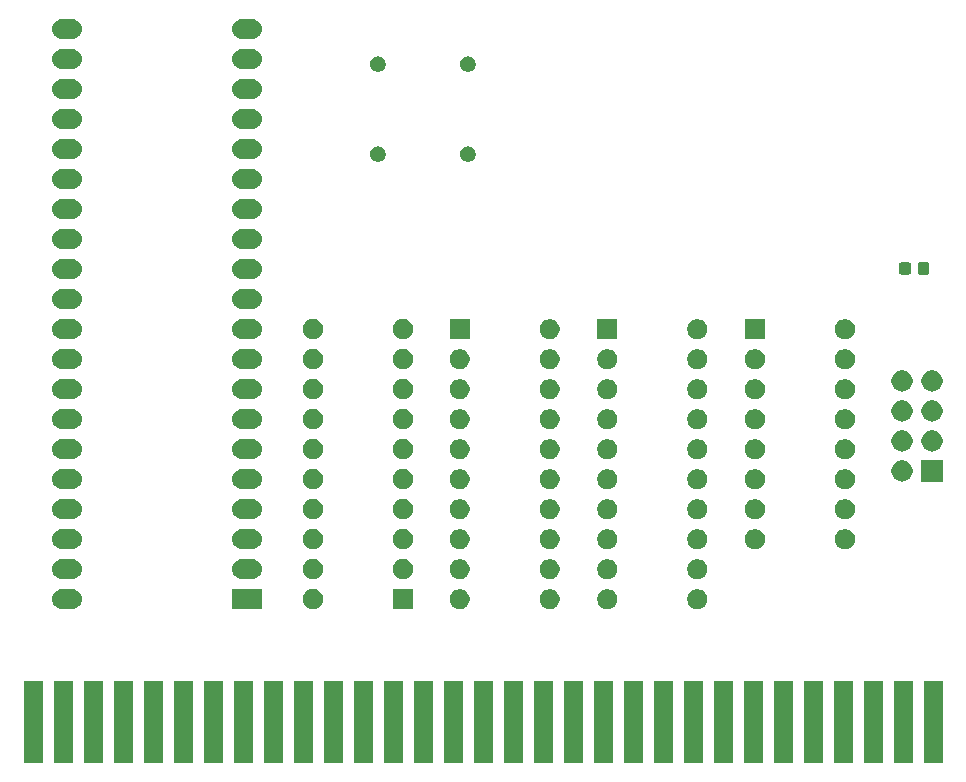
<source format=gbr>
G04 #@! TF.GenerationSoftware,KiCad,Pcbnew,(5.1.5)-3*
G04 #@! TF.CreationDate,2021-12-23T14:00:04+02:00*
G04 #@! TF.ProjectId,CPU,4350552e-6b69-4636-9164-5f7063625858,rev?*
G04 #@! TF.SameCoordinates,Original*
G04 #@! TF.FileFunction,Soldermask,Top*
G04 #@! TF.FilePolarity,Negative*
%FSLAX46Y46*%
G04 Gerber Fmt 4.6, Leading zero omitted, Abs format (unit mm)*
G04 Created by KiCad (PCBNEW (5.1.5)-3) date 2021-12-23 14:00:04*
%MOMM*%
%LPD*%
G04 APERTURE LIST*
%ADD10C,0.100000*%
G04 APERTURE END LIST*
D10*
G36*
X102713000Y-123861000D02*
G01*
X101087000Y-123861000D01*
X101087000Y-116901000D01*
X102713000Y-116901000D01*
X102713000Y-123861000D01*
G37*
G36*
X140813000Y-123861000D02*
G01*
X139187000Y-123861000D01*
X139187000Y-116901000D01*
X140813000Y-116901000D01*
X140813000Y-123861000D01*
G37*
G36*
X178913000Y-123861000D02*
G01*
X177287000Y-123861000D01*
X177287000Y-116901000D01*
X178913000Y-116901000D01*
X178913000Y-123861000D01*
G37*
G36*
X173833000Y-123861000D02*
G01*
X172207000Y-123861000D01*
X172207000Y-116901000D01*
X173833000Y-116901000D01*
X173833000Y-123861000D01*
G37*
G36*
X171293000Y-123861000D02*
G01*
X169667000Y-123861000D01*
X169667000Y-116901000D01*
X171293000Y-116901000D01*
X171293000Y-123861000D01*
G37*
G36*
X168753000Y-123861000D02*
G01*
X167127000Y-123861000D01*
X167127000Y-116901000D01*
X168753000Y-116901000D01*
X168753000Y-123861000D01*
G37*
G36*
X166213000Y-123861000D02*
G01*
X164587000Y-123861000D01*
X164587000Y-116901000D01*
X166213000Y-116901000D01*
X166213000Y-123861000D01*
G37*
G36*
X163673000Y-123861000D02*
G01*
X162047000Y-123861000D01*
X162047000Y-116901000D01*
X163673000Y-116901000D01*
X163673000Y-123861000D01*
G37*
G36*
X161133000Y-123861000D02*
G01*
X159507000Y-123861000D01*
X159507000Y-116901000D01*
X161133000Y-116901000D01*
X161133000Y-123861000D01*
G37*
G36*
X158593000Y-123861000D02*
G01*
X156967000Y-123861000D01*
X156967000Y-116901000D01*
X158593000Y-116901000D01*
X158593000Y-123861000D01*
G37*
G36*
X156053000Y-123861000D02*
G01*
X154427000Y-123861000D01*
X154427000Y-116901000D01*
X156053000Y-116901000D01*
X156053000Y-123861000D01*
G37*
G36*
X153513000Y-123861000D02*
G01*
X151887000Y-123861000D01*
X151887000Y-116901000D01*
X153513000Y-116901000D01*
X153513000Y-123861000D01*
G37*
G36*
X150973000Y-123861000D02*
G01*
X149347000Y-123861000D01*
X149347000Y-116901000D01*
X150973000Y-116901000D01*
X150973000Y-123861000D01*
G37*
G36*
X148433000Y-123861000D02*
G01*
X146807000Y-123861000D01*
X146807000Y-116901000D01*
X148433000Y-116901000D01*
X148433000Y-123861000D01*
G37*
G36*
X145893000Y-123861000D02*
G01*
X144267000Y-123861000D01*
X144267000Y-116901000D01*
X145893000Y-116901000D01*
X145893000Y-123861000D01*
G37*
G36*
X143353000Y-123861000D02*
G01*
X141727000Y-123861000D01*
X141727000Y-116901000D01*
X143353000Y-116901000D01*
X143353000Y-123861000D01*
G37*
G36*
X138273000Y-123861000D02*
G01*
X136647000Y-123861000D01*
X136647000Y-116901000D01*
X138273000Y-116901000D01*
X138273000Y-123861000D01*
G37*
G36*
X105253000Y-123861000D02*
G01*
X103627000Y-123861000D01*
X103627000Y-116901000D01*
X105253000Y-116901000D01*
X105253000Y-123861000D01*
G37*
G36*
X107793000Y-123861000D02*
G01*
X106167000Y-123861000D01*
X106167000Y-116901000D01*
X107793000Y-116901000D01*
X107793000Y-123861000D01*
G37*
G36*
X110333000Y-123861000D02*
G01*
X108707000Y-123861000D01*
X108707000Y-116901000D01*
X110333000Y-116901000D01*
X110333000Y-123861000D01*
G37*
G36*
X112873000Y-123861000D02*
G01*
X111247000Y-123861000D01*
X111247000Y-116901000D01*
X112873000Y-116901000D01*
X112873000Y-123861000D01*
G37*
G36*
X115413000Y-123861000D02*
G01*
X113787000Y-123861000D01*
X113787000Y-116901000D01*
X115413000Y-116901000D01*
X115413000Y-123861000D01*
G37*
G36*
X117953000Y-123861000D02*
G01*
X116327000Y-123861000D01*
X116327000Y-116901000D01*
X117953000Y-116901000D01*
X117953000Y-123861000D01*
G37*
G36*
X120493000Y-123861000D02*
G01*
X118867000Y-123861000D01*
X118867000Y-116901000D01*
X120493000Y-116901000D01*
X120493000Y-123861000D01*
G37*
G36*
X125573000Y-123861000D02*
G01*
X123947000Y-123861000D01*
X123947000Y-116901000D01*
X125573000Y-116901000D01*
X125573000Y-123861000D01*
G37*
G36*
X128113000Y-123861000D02*
G01*
X126487000Y-123861000D01*
X126487000Y-116901000D01*
X128113000Y-116901000D01*
X128113000Y-123861000D01*
G37*
G36*
X130653000Y-123861000D02*
G01*
X129027000Y-123861000D01*
X129027000Y-116901000D01*
X130653000Y-116901000D01*
X130653000Y-123861000D01*
G37*
G36*
X133193000Y-123861000D02*
G01*
X131567000Y-123861000D01*
X131567000Y-116901000D01*
X133193000Y-116901000D01*
X133193000Y-123861000D01*
G37*
G36*
X135733000Y-123861000D02*
G01*
X134107000Y-123861000D01*
X134107000Y-116901000D01*
X135733000Y-116901000D01*
X135733000Y-123861000D01*
G37*
G36*
X176373000Y-123861000D02*
G01*
X174747000Y-123861000D01*
X174747000Y-116901000D01*
X176373000Y-116901000D01*
X176373000Y-123861000D01*
G37*
G36*
X123033000Y-123861000D02*
G01*
X121407000Y-123861000D01*
X121407000Y-116901000D01*
X123033000Y-116901000D01*
X123033000Y-123861000D01*
G37*
G36*
X158368228Y-109191703D02*
G01*
X158523100Y-109255853D01*
X158662481Y-109348985D01*
X158781015Y-109467519D01*
X158874147Y-109606900D01*
X158938297Y-109761772D01*
X158971000Y-109926184D01*
X158971000Y-110093816D01*
X158938297Y-110258228D01*
X158874147Y-110413100D01*
X158781015Y-110552481D01*
X158662481Y-110671015D01*
X158523100Y-110764147D01*
X158368228Y-110828297D01*
X158203816Y-110861000D01*
X158036184Y-110861000D01*
X157871772Y-110828297D01*
X157716900Y-110764147D01*
X157577519Y-110671015D01*
X157458985Y-110552481D01*
X157365853Y-110413100D01*
X157301703Y-110258228D01*
X157269000Y-110093816D01*
X157269000Y-109926184D01*
X157301703Y-109761772D01*
X157365853Y-109606900D01*
X157458985Y-109467519D01*
X157577519Y-109348985D01*
X157716900Y-109255853D01*
X157871772Y-109191703D01*
X158036184Y-109159000D01*
X158203816Y-109159000D01*
X158368228Y-109191703D01*
G37*
G36*
X150748228Y-109191703D02*
G01*
X150903100Y-109255853D01*
X151042481Y-109348985D01*
X151161015Y-109467519D01*
X151254147Y-109606900D01*
X151318297Y-109761772D01*
X151351000Y-109926184D01*
X151351000Y-110093816D01*
X151318297Y-110258228D01*
X151254147Y-110413100D01*
X151161015Y-110552481D01*
X151042481Y-110671015D01*
X150903100Y-110764147D01*
X150748228Y-110828297D01*
X150583816Y-110861000D01*
X150416184Y-110861000D01*
X150251772Y-110828297D01*
X150096900Y-110764147D01*
X149957519Y-110671015D01*
X149838985Y-110552481D01*
X149745853Y-110413100D01*
X149681703Y-110258228D01*
X149649000Y-110093816D01*
X149649000Y-109926184D01*
X149681703Y-109761772D01*
X149745853Y-109606900D01*
X149838985Y-109467519D01*
X149957519Y-109348985D01*
X150096900Y-109255853D01*
X150251772Y-109191703D01*
X150416184Y-109159000D01*
X150583816Y-109159000D01*
X150748228Y-109191703D01*
G37*
G36*
X138248228Y-109191703D02*
G01*
X138403100Y-109255853D01*
X138542481Y-109348985D01*
X138661015Y-109467519D01*
X138754147Y-109606900D01*
X138818297Y-109761772D01*
X138851000Y-109926184D01*
X138851000Y-110093816D01*
X138818297Y-110258228D01*
X138754147Y-110413100D01*
X138661015Y-110552481D01*
X138542481Y-110671015D01*
X138403100Y-110764147D01*
X138248228Y-110828297D01*
X138083816Y-110861000D01*
X137916184Y-110861000D01*
X137751772Y-110828297D01*
X137596900Y-110764147D01*
X137457519Y-110671015D01*
X137338985Y-110552481D01*
X137245853Y-110413100D01*
X137181703Y-110258228D01*
X137149000Y-110093816D01*
X137149000Y-109926184D01*
X137181703Y-109761772D01*
X137245853Y-109606900D01*
X137338985Y-109467519D01*
X137457519Y-109348985D01*
X137596900Y-109255853D01*
X137751772Y-109191703D01*
X137916184Y-109159000D01*
X138083816Y-109159000D01*
X138248228Y-109191703D01*
G37*
G36*
X145868228Y-109191703D02*
G01*
X146023100Y-109255853D01*
X146162481Y-109348985D01*
X146281015Y-109467519D01*
X146374147Y-109606900D01*
X146438297Y-109761772D01*
X146471000Y-109926184D01*
X146471000Y-110093816D01*
X146438297Y-110258228D01*
X146374147Y-110413100D01*
X146281015Y-110552481D01*
X146162481Y-110671015D01*
X146023100Y-110764147D01*
X145868228Y-110828297D01*
X145703816Y-110861000D01*
X145536184Y-110861000D01*
X145371772Y-110828297D01*
X145216900Y-110764147D01*
X145077519Y-110671015D01*
X144958985Y-110552481D01*
X144865853Y-110413100D01*
X144801703Y-110258228D01*
X144769000Y-110093816D01*
X144769000Y-109926184D01*
X144801703Y-109761772D01*
X144865853Y-109606900D01*
X144958985Y-109467519D01*
X145077519Y-109348985D01*
X145216900Y-109255853D01*
X145371772Y-109191703D01*
X145536184Y-109159000D01*
X145703816Y-109159000D01*
X145868228Y-109191703D01*
G37*
G36*
X105326823Y-109161313D02*
G01*
X105487242Y-109209976D01*
X105619906Y-109280886D01*
X105635078Y-109288996D01*
X105764659Y-109395341D01*
X105871004Y-109524922D01*
X105871005Y-109524924D01*
X105950024Y-109672758D01*
X105998687Y-109833177D01*
X106015117Y-110000000D01*
X105998687Y-110166823D01*
X105950024Y-110327242D01*
X105909477Y-110403100D01*
X105871004Y-110475078D01*
X105764659Y-110604659D01*
X105635078Y-110711004D01*
X105635076Y-110711005D01*
X105487242Y-110790024D01*
X105326823Y-110838687D01*
X105201804Y-110851000D01*
X104318196Y-110851000D01*
X104193177Y-110838687D01*
X104032758Y-110790024D01*
X103884924Y-110711005D01*
X103884922Y-110711004D01*
X103755341Y-110604659D01*
X103648996Y-110475078D01*
X103610523Y-110403100D01*
X103569976Y-110327242D01*
X103521313Y-110166823D01*
X103504883Y-110000000D01*
X103521313Y-109833177D01*
X103569976Y-109672758D01*
X103648995Y-109524924D01*
X103648996Y-109524922D01*
X103755341Y-109395341D01*
X103884922Y-109288996D01*
X103900094Y-109280886D01*
X104032758Y-109209976D01*
X104193177Y-109161313D01*
X104318196Y-109149000D01*
X105201804Y-109149000D01*
X105326823Y-109161313D01*
G37*
G36*
X121251000Y-110851000D02*
G01*
X118749000Y-110851000D01*
X118749000Y-109149000D01*
X121251000Y-109149000D01*
X121251000Y-110851000D01*
G37*
G36*
X125828228Y-109181703D02*
G01*
X125983100Y-109245853D01*
X126122481Y-109338985D01*
X126241015Y-109457519D01*
X126334147Y-109596900D01*
X126398297Y-109751772D01*
X126431000Y-109916184D01*
X126431000Y-110083816D01*
X126398297Y-110248228D01*
X126334147Y-110403100D01*
X126241015Y-110542481D01*
X126122481Y-110661015D01*
X125983100Y-110754147D01*
X125828228Y-110818297D01*
X125663816Y-110851000D01*
X125496184Y-110851000D01*
X125331772Y-110818297D01*
X125176900Y-110754147D01*
X125037519Y-110661015D01*
X124918985Y-110542481D01*
X124825853Y-110403100D01*
X124761703Y-110248228D01*
X124729000Y-110083816D01*
X124729000Y-109916184D01*
X124761703Y-109751772D01*
X124825853Y-109596900D01*
X124918985Y-109457519D01*
X125037519Y-109338985D01*
X125176900Y-109245853D01*
X125331772Y-109181703D01*
X125496184Y-109149000D01*
X125663816Y-109149000D01*
X125828228Y-109181703D01*
G37*
G36*
X134051000Y-110851000D02*
G01*
X132349000Y-110851000D01*
X132349000Y-109149000D01*
X134051000Y-109149000D01*
X134051000Y-110851000D01*
G37*
G36*
X145868228Y-106651703D02*
G01*
X146023100Y-106715853D01*
X146162481Y-106808985D01*
X146281015Y-106927519D01*
X146374147Y-107066900D01*
X146438297Y-107221772D01*
X146471000Y-107386184D01*
X146471000Y-107553816D01*
X146438297Y-107718228D01*
X146374147Y-107873100D01*
X146281015Y-108012481D01*
X146162481Y-108131015D01*
X146023100Y-108224147D01*
X145868228Y-108288297D01*
X145703816Y-108321000D01*
X145536184Y-108321000D01*
X145371772Y-108288297D01*
X145216900Y-108224147D01*
X145077519Y-108131015D01*
X144958985Y-108012481D01*
X144865853Y-107873100D01*
X144801703Y-107718228D01*
X144769000Y-107553816D01*
X144769000Y-107386184D01*
X144801703Y-107221772D01*
X144865853Y-107066900D01*
X144958985Y-106927519D01*
X145077519Y-106808985D01*
X145216900Y-106715853D01*
X145371772Y-106651703D01*
X145536184Y-106619000D01*
X145703816Y-106619000D01*
X145868228Y-106651703D01*
G37*
G36*
X150748228Y-106651703D02*
G01*
X150903100Y-106715853D01*
X151042481Y-106808985D01*
X151161015Y-106927519D01*
X151254147Y-107066900D01*
X151318297Y-107221772D01*
X151351000Y-107386184D01*
X151351000Y-107553816D01*
X151318297Y-107718228D01*
X151254147Y-107873100D01*
X151161015Y-108012481D01*
X151042481Y-108131015D01*
X150903100Y-108224147D01*
X150748228Y-108288297D01*
X150583816Y-108321000D01*
X150416184Y-108321000D01*
X150251772Y-108288297D01*
X150096900Y-108224147D01*
X149957519Y-108131015D01*
X149838985Y-108012481D01*
X149745853Y-107873100D01*
X149681703Y-107718228D01*
X149649000Y-107553816D01*
X149649000Y-107386184D01*
X149681703Y-107221772D01*
X149745853Y-107066900D01*
X149838985Y-106927519D01*
X149957519Y-106808985D01*
X150096900Y-106715853D01*
X150251772Y-106651703D01*
X150416184Y-106619000D01*
X150583816Y-106619000D01*
X150748228Y-106651703D01*
G37*
G36*
X158368228Y-106651703D02*
G01*
X158523100Y-106715853D01*
X158662481Y-106808985D01*
X158781015Y-106927519D01*
X158874147Y-107066900D01*
X158938297Y-107221772D01*
X158971000Y-107386184D01*
X158971000Y-107553816D01*
X158938297Y-107718228D01*
X158874147Y-107873100D01*
X158781015Y-108012481D01*
X158662481Y-108131015D01*
X158523100Y-108224147D01*
X158368228Y-108288297D01*
X158203816Y-108321000D01*
X158036184Y-108321000D01*
X157871772Y-108288297D01*
X157716900Y-108224147D01*
X157577519Y-108131015D01*
X157458985Y-108012481D01*
X157365853Y-107873100D01*
X157301703Y-107718228D01*
X157269000Y-107553816D01*
X157269000Y-107386184D01*
X157301703Y-107221772D01*
X157365853Y-107066900D01*
X157458985Y-106927519D01*
X157577519Y-106808985D01*
X157716900Y-106715853D01*
X157871772Y-106651703D01*
X158036184Y-106619000D01*
X158203816Y-106619000D01*
X158368228Y-106651703D01*
G37*
G36*
X138248228Y-106651703D02*
G01*
X138403100Y-106715853D01*
X138542481Y-106808985D01*
X138661015Y-106927519D01*
X138754147Y-107066900D01*
X138818297Y-107221772D01*
X138851000Y-107386184D01*
X138851000Y-107553816D01*
X138818297Y-107718228D01*
X138754147Y-107873100D01*
X138661015Y-108012481D01*
X138542481Y-108131015D01*
X138403100Y-108224147D01*
X138248228Y-108288297D01*
X138083816Y-108321000D01*
X137916184Y-108321000D01*
X137751772Y-108288297D01*
X137596900Y-108224147D01*
X137457519Y-108131015D01*
X137338985Y-108012481D01*
X137245853Y-107873100D01*
X137181703Y-107718228D01*
X137149000Y-107553816D01*
X137149000Y-107386184D01*
X137181703Y-107221772D01*
X137245853Y-107066900D01*
X137338985Y-106927519D01*
X137457519Y-106808985D01*
X137596900Y-106715853D01*
X137751772Y-106651703D01*
X137916184Y-106619000D01*
X138083816Y-106619000D01*
X138248228Y-106651703D01*
G37*
G36*
X133448228Y-106641703D02*
G01*
X133603100Y-106705853D01*
X133742481Y-106798985D01*
X133861015Y-106917519D01*
X133954147Y-107056900D01*
X134018297Y-107211772D01*
X134051000Y-107376184D01*
X134051000Y-107543816D01*
X134018297Y-107708228D01*
X133954147Y-107863100D01*
X133861015Y-108002481D01*
X133742481Y-108121015D01*
X133603100Y-108214147D01*
X133448228Y-108278297D01*
X133283816Y-108311000D01*
X133116184Y-108311000D01*
X132951772Y-108278297D01*
X132796900Y-108214147D01*
X132657519Y-108121015D01*
X132538985Y-108002481D01*
X132445853Y-107863100D01*
X132381703Y-107708228D01*
X132349000Y-107543816D01*
X132349000Y-107376184D01*
X132381703Y-107211772D01*
X132445853Y-107056900D01*
X132538985Y-106917519D01*
X132657519Y-106798985D01*
X132796900Y-106705853D01*
X132951772Y-106641703D01*
X133116184Y-106609000D01*
X133283816Y-106609000D01*
X133448228Y-106641703D01*
G37*
G36*
X125828228Y-106641703D02*
G01*
X125983100Y-106705853D01*
X126122481Y-106798985D01*
X126241015Y-106917519D01*
X126334147Y-107056900D01*
X126398297Y-107211772D01*
X126431000Y-107376184D01*
X126431000Y-107543816D01*
X126398297Y-107708228D01*
X126334147Y-107863100D01*
X126241015Y-108002481D01*
X126122481Y-108121015D01*
X125983100Y-108214147D01*
X125828228Y-108278297D01*
X125663816Y-108311000D01*
X125496184Y-108311000D01*
X125331772Y-108278297D01*
X125176900Y-108214147D01*
X125037519Y-108121015D01*
X124918985Y-108002481D01*
X124825853Y-107863100D01*
X124761703Y-107708228D01*
X124729000Y-107543816D01*
X124729000Y-107376184D01*
X124761703Y-107211772D01*
X124825853Y-107056900D01*
X124918985Y-106917519D01*
X125037519Y-106798985D01*
X125176900Y-106705853D01*
X125331772Y-106641703D01*
X125496184Y-106609000D01*
X125663816Y-106609000D01*
X125828228Y-106641703D01*
G37*
G36*
X120566823Y-106621313D02*
G01*
X120727242Y-106669976D01*
X120859906Y-106740886D01*
X120875078Y-106748996D01*
X121004659Y-106855341D01*
X121111004Y-106984922D01*
X121111005Y-106984924D01*
X121190024Y-107132758D01*
X121238687Y-107293177D01*
X121255117Y-107460000D01*
X121238687Y-107626823D01*
X121190024Y-107787242D01*
X121149477Y-107863100D01*
X121111004Y-107935078D01*
X121004659Y-108064659D01*
X120875078Y-108171004D01*
X120875076Y-108171005D01*
X120727242Y-108250024D01*
X120566823Y-108298687D01*
X120441804Y-108311000D01*
X119558196Y-108311000D01*
X119433177Y-108298687D01*
X119272758Y-108250024D01*
X119124924Y-108171005D01*
X119124922Y-108171004D01*
X118995341Y-108064659D01*
X118888996Y-107935078D01*
X118850523Y-107863100D01*
X118809976Y-107787242D01*
X118761313Y-107626823D01*
X118744883Y-107460000D01*
X118761313Y-107293177D01*
X118809976Y-107132758D01*
X118888995Y-106984924D01*
X118888996Y-106984922D01*
X118995341Y-106855341D01*
X119124922Y-106748996D01*
X119140094Y-106740886D01*
X119272758Y-106669976D01*
X119433177Y-106621313D01*
X119558196Y-106609000D01*
X120441804Y-106609000D01*
X120566823Y-106621313D01*
G37*
G36*
X105326823Y-106621313D02*
G01*
X105487242Y-106669976D01*
X105619906Y-106740886D01*
X105635078Y-106748996D01*
X105764659Y-106855341D01*
X105871004Y-106984922D01*
X105871005Y-106984924D01*
X105950024Y-107132758D01*
X105998687Y-107293177D01*
X106015117Y-107460000D01*
X105998687Y-107626823D01*
X105950024Y-107787242D01*
X105909477Y-107863100D01*
X105871004Y-107935078D01*
X105764659Y-108064659D01*
X105635078Y-108171004D01*
X105635076Y-108171005D01*
X105487242Y-108250024D01*
X105326823Y-108298687D01*
X105201804Y-108311000D01*
X104318196Y-108311000D01*
X104193177Y-108298687D01*
X104032758Y-108250024D01*
X103884924Y-108171005D01*
X103884922Y-108171004D01*
X103755341Y-108064659D01*
X103648996Y-107935078D01*
X103610523Y-107863100D01*
X103569976Y-107787242D01*
X103521313Y-107626823D01*
X103504883Y-107460000D01*
X103521313Y-107293177D01*
X103569976Y-107132758D01*
X103648995Y-106984924D01*
X103648996Y-106984922D01*
X103755341Y-106855341D01*
X103884922Y-106748996D01*
X103900094Y-106740886D01*
X104032758Y-106669976D01*
X104193177Y-106621313D01*
X104318196Y-106609000D01*
X105201804Y-106609000D01*
X105326823Y-106621313D01*
G37*
G36*
X138248228Y-104111703D02*
G01*
X138403100Y-104175853D01*
X138542481Y-104268985D01*
X138661015Y-104387519D01*
X138754147Y-104526900D01*
X138818297Y-104681772D01*
X138851000Y-104846184D01*
X138851000Y-105013816D01*
X138818297Y-105178228D01*
X138754147Y-105333100D01*
X138661015Y-105472481D01*
X138542481Y-105591015D01*
X138403100Y-105684147D01*
X138248228Y-105748297D01*
X138083816Y-105781000D01*
X137916184Y-105781000D01*
X137751772Y-105748297D01*
X137596900Y-105684147D01*
X137457519Y-105591015D01*
X137338985Y-105472481D01*
X137245853Y-105333100D01*
X137181703Y-105178228D01*
X137149000Y-105013816D01*
X137149000Y-104846184D01*
X137181703Y-104681772D01*
X137245853Y-104526900D01*
X137338985Y-104387519D01*
X137457519Y-104268985D01*
X137596900Y-104175853D01*
X137751772Y-104111703D01*
X137916184Y-104079000D01*
X138083816Y-104079000D01*
X138248228Y-104111703D01*
G37*
G36*
X150748228Y-104111703D02*
G01*
X150903100Y-104175853D01*
X151042481Y-104268985D01*
X151161015Y-104387519D01*
X151254147Y-104526900D01*
X151318297Y-104681772D01*
X151351000Y-104846184D01*
X151351000Y-105013816D01*
X151318297Y-105178228D01*
X151254147Y-105333100D01*
X151161015Y-105472481D01*
X151042481Y-105591015D01*
X150903100Y-105684147D01*
X150748228Y-105748297D01*
X150583816Y-105781000D01*
X150416184Y-105781000D01*
X150251772Y-105748297D01*
X150096900Y-105684147D01*
X149957519Y-105591015D01*
X149838985Y-105472481D01*
X149745853Y-105333100D01*
X149681703Y-105178228D01*
X149649000Y-105013816D01*
X149649000Y-104846184D01*
X149681703Y-104681772D01*
X149745853Y-104526900D01*
X149838985Y-104387519D01*
X149957519Y-104268985D01*
X150096900Y-104175853D01*
X150251772Y-104111703D01*
X150416184Y-104079000D01*
X150583816Y-104079000D01*
X150748228Y-104111703D01*
G37*
G36*
X158368228Y-104111703D02*
G01*
X158523100Y-104175853D01*
X158662481Y-104268985D01*
X158781015Y-104387519D01*
X158874147Y-104526900D01*
X158938297Y-104681772D01*
X158971000Y-104846184D01*
X158971000Y-105013816D01*
X158938297Y-105178228D01*
X158874147Y-105333100D01*
X158781015Y-105472481D01*
X158662481Y-105591015D01*
X158523100Y-105684147D01*
X158368228Y-105748297D01*
X158203816Y-105781000D01*
X158036184Y-105781000D01*
X157871772Y-105748297D01*
X157716900Y-105684147D01*
X157577519Y-105591015D01*
X157458985Y-105472481D01*
X157365853Y-105333100D01*
X157301703Y-105178228D01*
X157269000Y-105013816D01*
X157269000Y-104846184D01*
X157301703Y-104681772D01*
X157365853Y-104526900D01*
X157458985Y-104387519D01*
X157577519Y-104268985D01*
X157716900Y-104175853D01*
X157871772Y-104111703D01*
X158036184Y-104079000D01*
X158203816Y-104079000D01*
X158368228Y-104111703D01*
G37*
G36*
X170868228Y-104111703D02*
G01*
X171023100Y-104175853D01*
X171162481Y-104268985D01*
X171281015Y-104387519D01*
X171374147Y-104526900D01*
X171438297Y-104681772D01*
X171471000Y-104846184D01*
X171471000Y-105013816D01*
X171438297Y-105178228D01*
X171374147Y-105333100D01*
X171281015Y-105472481D01*
X171162481Y-105591015D01*
X171023100Y-105684147D01*
X170868228Y-105748297D01*
X170703816Y-105781000D01*
X170536184Y-105781000D01*
X170371772Y-105748297D01*
X170216900Y-105684147D01*
X170077519Y-105591015D01*
X169958985Y-105472481D01*
X169865853Y-105333100D01*
X169801703Y-105178228D01*
X169769000Y-105013816D01*
X169769000Y-104846184D01*
X169801703Y-104681772D01*
X169865853Y-104526900D01*
X169958985Y-104387519D01*
X170077519Y-104268985D01*
X170216900Y-104175853D01*
X170371772Y-104111703D01*
X170536184Y-104079000D01*
X170703816Y-104079000D01*
X170868228Y-104111703D01*
G37*
G36*
X145868228Y-104111703D02*
G01*
X146023100Y-104175853D01*
X146162481Y-104268985D01*
X146281015Y-104387519D01*
X146374147Y-104526900D01*
X146438297Y-104681772D01*
X146471000Y-104846184D01*
X146471000Y-105013816D01*
X146438297Y-105178228D01*
X146374147Y-105333100D01*
X146281015Y-105472481D01*
X146162481Y-105591015D01*
X146023100Y-105684147D01*
X145868228Y-105748297D01*
X145703816Y-105781000D01*
X145536184Y-105781000D01*
X145371772Y-105748297D01*
X145216900Y-105684147D01*
X145077519Y-105591015D01*
X144958985Y-105472481D01*
X144865853Y-105333100D01*
X144801703Y-105178228D01*
X144769000Y-105013816D01*
X144769000Y-104846184D01*
X144801703Y-104681772D01*
X144865853Y-104526900D01*
X144958985Y-104387519D01*
X145077519Y-104268985D01*
X145216900Y-104175853D01*
X145371772Y-104111703D01*
X145536184Y-104079000D01*
X145703816Y-104079000D01*
X145868228Y-104111703D01*
G37*
G36*
X163248228Y-104111703D02*
G01*
X163403100Y-104175853D01*
X163542481Y-104268985D01*
X163661015Y-104387519D01*
X163754147Y-104526900D01*
X163818297Y-104681772D01*
X163851000Y-104846184D01*
X163851000Y-105013816D01*
X163818297Y-105178228D01*
X163754147Y-105333100D01*
X163661015Y-105472481D01*
X163542481Y-105591015D01*
X163403100Y-105684147D01*
X163248228Y-105748297D01*
X163083816Y-105781000D01*
X162916184Y-105781000D01*
X162751772Y-105748297D01*
X162596900Y-105684147D01*
X162457519Y-105591015D01*
X162338985Y-105472481D01*
X162245853Y-105333100D01*
X162181703Y-105178228D01*
X162149000Y-105013816D01*
X162149000Y-104846184D01*
X162181703Y-104681772D01*
X162245853Y-104526900D01*
X162338985Y-104387519D01*
X162457519Y-104268985D01*
X162596900Y-104175853D01*
X162751772Y-104111703D01*
X162916184Y-104079000D01*
X163083816Y-104079000D01*
X163248228Y-104111703D01*
G37*
G36*
X105326823Y-104081313D02*
G01*
X105487242Y-104129976D01*
X105619906Y-104200886D01*
X105635078Y-104208996D01*
X105764659Y-104315341D01*
X105871004Y-104444922D01*
X105871005Y-104444924D01*
X105950024Y-104592758D01*
X105998687Y-104753177D01*
X106015117Y-104920000D01*
X105998687Y-105086823D01*
X105950024Y-105247242D01*
X105909477Y-105323100D01*
X105871004Y-105395078D01*
X105764659Y-105524659D01*
X105635078Y-105631004D01*
X105635076Y-105631005D01*
X105487242Y-105710024D01*
X105326823Y-105758687D01*
X105201804Y-105771000D01*
X104318196Y-105771000D01*
X104193177Y-105758687D01*
X104032758Y-105710024D01*
X103884924Y-105631005D01*
X103884922Y-105631004D01*
X103755341Y-105524659D01*
X103648996Y-105395078D01*
X103610523Y-105323100D01*
X103569976Y-105247242D01*
X103521313Y-105086823D01*
X103504883Y-104920000D01*
X103521313Y-104753177D01*
X103569976Y-104592758D01*
X103648995Y-104444924D01*
X103648996Y-104444922D01*
X103755341Y-104315341D01*
X103884922Y-104208996D01*
X103900094Y-104200886D01*
X104032758Y-104129976D01*
X104193177Y-104081313D01*
X104318196Y-104069000D01*
X105201804Y-104069000D01*
X105326823Y-104081313D01*
G37*
G36*
X133448228Y-104101703D02*
G01*
X133603100Y-104165853D01*
X133742481Y-104258985D01*
X133861015Y-104377519D01*
X133954147Y-104516900D01*
X134018297Y-104671772D01*
X134051000Y-104836184D01*
X134051000Y-105003816D01*
X134018297Y-105168228D01*
X133954147Y-105323100D01*
X133861015Y-105462481D01*
X133742481Y-105581015D01*
X133603100Y-105674147D01*
X133448228Y-105738297D01*
X133283816Y-105771000D01*
X133116184Y-105771000D01*
X132951772Y-105738297D01*
X132796900Y-105674147D01*
X132657519Y-105581015D01*
X132538985Y-105462481D01*
X132445853Y-105323100D01*
X132381703Y-105168228D01*
X132349000Y-105003816D01*
X132349000Y-104836184D01*
X132381703Y-104671772D01*
X132445853Y-104516900D01*
X132538985Y-104377519D01*
X132657519Y-104258985D01*
X132796900Y-104165853D01*
X132951772Y-104101703D01*
X133116184Y-104069000D01*
X133283816Y-104069000D01*
X133448228Y-104101703D01*
G37*
G36*
X125828228Y-104101703D02*
G01*
X125983100Y-104165853D01*
X126122481Y-104258985D01*
X126241015Y-104377519D01*
X126334147Y-104516900D01*
X126398297Y-104671772D01*
X126431000Y-104836184D01*
X126431000Y-105003816D01*
X126398297Y-105168228D01*
X126334147Y-105323100D01*
X126241015Y-105462481D01*
X126122481Y-105581015D01*
X125983100Y-105674147D01*
X125828228Y-105738297D01*
X125663816Y-105771000D01*
X125496184Y-105771000D01*
X125331772Y-105738297D01*
X125176900Y-105674147D01*
X125037519Y-105581015D01*
X124918985Y-105462481D01*
X124825853Y-105323100D01*
X124761703Y-105168228D01*
X124729000Y-105003816D01*
X124729000Y-104836184D01*
X124761703Y-104671772D01*
X124825853Y-104516900D01*
X124918985Y-104377519D01*
X125037519Y-104258985D01*
X125176900Y-104165853D01*
X125331772Y-104101703D01*
X125496184Y-104069000D01*
X125663816Y-104069000D01*
X125828228Y-104101703D01*
G37*
G36*
X120566823Y-104081313D02*
G01*
X120727242Y-104129976D01*
X120859906Y-104200886D01*
X120875078Y-104208996D01*
X121004659Y-104315341D01*
X121111004Y-104444922D01*
X121111005Y-104444924D01*
X121190024Y-104592758D01*
X121238687Y-104753177D01*
X121255117Y-104920000D01*
X121238687Y-105086823D01*
X121190024Y-105247242D01*
X121149477Y-105323100D01*
X121111004Y-105395078D01*
X121004659Y-105524659D01*
X120875078Y-105631004D01*
X120875076Y-105631005D01*
X120727242Y-105710024D01*
X120566823Y-105758687D01*
X120441804Y-105771000D01*
X119558196Y-105771000D01*
X119433177Y-105758687D01*
X119272758Y-105710024D01*
X119124924Y-105631005D01*
X119124922Y-105631004D01*
X118995341Y-105524659D01*
X118888996Y-105395078D01*
X118850523Y-105323100D01*
X118809976Y-105247242D01*
X118761313Y-105086823D01*
X118744883Y-104920000D01*
X118761313Y-104753177D01*
X118809976Y-104592758D01*
X118888995Y-104444924D01*
X118888996Y-104444922D01*
X118995341Y-104315341D01*
X119124922Y-104208996D01*
X119140094Y-104200886D01*
X119272758Y-104129976D01*
X119433177Y-104081313D01*
X119558196Y-104069000D01*
X120441804Y-104069000D01*
X120566823Y-104081313D01*
G37*
G36*
X138248228Y-101571703D02*
G01*
X138403100Y-101635853D01*
X138542481Y-101728985D01*
X138661015Y-101847519D01*
X138754147Y-101986900D01*
X138818297Y-102141772D01*
X138851000Y-102306184D01*
X138851000Y-102473816D01*
X138818297Y-102638228D01*
X138754147Y-102793100D01*
X138661015Y-102932481D01*
X138542481Y-103051015D01*
X138403100Y-103144147D01*
X138248228Y-103208297D01*
X138083816Y-103241000D01*
X137916184Y-103241000D01*
X137751772Y-103208297D01*
X137596900Y-103144147D01*
X137457519Y-103051015D01*
X137338985Y-102932481D01*
X137245853Y-102793100D01*
X137181703Y-102638228D01*
X137149000Y-102473816D01*
X137149000Y-102306184D01*
X137181703Y-102141772D01*
X137245853Y-101986900D01*
X137338985Y-101847519D01*
X137457519Y-101728985D01*
X137596900Y-101635853D01*
X137751772Y-101571703D01*
X137916184Y-101539000D01*
X138083816Y-101539000D01*
X138248228Y-101571703D01*
G37*
G36*
X145868228Y-101571703D02*
G01*
X146023100Y-101635853D01*
X146162481Y-101728985D01*
X146281015Y-101847519D01*
X146374147Y-101986900D01*
X146438297Y-102141772D01*
X146471000Y-102306184D01*
X146471000Y-102473816D01*
X146438297Y-102638228D01*
X146374147Y-102793100D01*
X146281015Y-102932481D01*
X146162481Y-103051015D01*
X146023100Y-103144147D01*
X145868228Y-103208297D01*
X145703816Y-103241000D01*
X145536184Y-103241000D01*
X145371772Y-103208297D01*
X145216900Y-103144147D01*
X145077519Y-103051015D01*
X144958985Y-102932481D01*
X144865853Y-102793100D01*
X144801703Y-102638228D01*
X144769000Y-102473816D01*
X144769000Y-102306184D01*
X144801703Y-102141772D01*
X144865853Y-101986900D01*
X144958985Y-101847519D01*
X145077519Y-101728985D01*
X145216900Y-101635853D01*
X145371772Y-101571703D01*
X145536184Y-101539000D01*
X145703816Y-101539000D01*
X145868228Y-101571703D01*
G37*
G36*
X163248228Y-101571703D02*
G01*
X163403100Y-101635853D01*
X163542481Y-101728985D01*
X163661015Y-101847519D01*
X163754147Y-101986900D01*
X163818297Y-102141772D01*
X163851000Y-102306184D01*
X163851000Y-102473816D01*
X163818297Y-102638228D01*
X163754147Y-102793100D01*
X163661015Y-102932481D01*
X163542481Y-103051015D01*
X163403100Y-103144147D01*
X163248228Y-103208297D01*
X163083816Y-103241000D01*
X162916184Y-103241000D01*
X162751772Y-103208297D01*
X162596900Y-103144147D01*
X162457519Y-103051015D01*
X162338985Y-102932481D01*
X162245853Y-102793100D01*
X162181703Y-102638228D01*
X162149000Y-102473816D01*
X162149000Y-102306184D01*
X162181703Y-102141772D01*
X162245853Y-101986900D01*
X162338985Y-101847519D01*
X162457519Y-101728985D01*
X162596900Y-101635853D01*
X162751772Y-101571703D01*
X162916184Y-101539000D01*
X163083816Y-101539000D01*
X163248228Y-101571703D01*
G37*
G36*
X170868228Y-101571703D02*
G01*
X171023100Y-101635853D01*
X171162481Y-101728985D01*
X171281015Y-101847519D01*
X171374147Y-101986900D01*
X171438297Y-102141772D01*
X171471000Y-102306184D01*
X171471000Y-102473816D01*
X171438297Y-102638228D01*
X171374147Y-102793100D01*
X171281015Y-102932481D01*
X171162481Y-103051015D01*
X171023100Y-103144147D01*
X170868228Y-103208297D01*
X170703816Y-103241000D01*
X170536184Y-103241000D01*
X170371772Y-103208297D01*
X170216900Y-103144147D01*
X170077519Y-103051015D01*
X169958985Y-102932481D01*
X169865853Y-102793100D01*
X169801703Y-102638228D01*
X169769000Y-102473816D01*
X169769000Y-102306184D01*
X169801703Y-102141772D01*
X169865853Y-101986900D01*
X169958985Y-101847519D01*
X170077519Y-101728985D01*
X170216900Y-101635853D01*
X170371772Y-101571703D01*
X170536184Y-101539000D01*
X170703816Y-101539000D01*
X170868228Y-101571703D01*
G37*
G36*
X158368228Y-101571703D02*
G01*
X158523100Y-101635853D01*
X158662481Y-101728985D01*
X158781015Y-101847519D01*
X158874147Y-101986900D01*
X158938297Y-102141772D01*
X158971000Y-102306184D01*
X158971000Y-102473816D01*
X158938297Y-102638228D01*
X158874147Y-102793100D01*
X158781015Y-102932481D01*
X158662481Y-103051015D01*
X158523100Y-103144147D01*
X158368228Y-103208297D01*
X158203816Y-103241000D01*
X158036184Y-103241000D01*
X157871772Y-103208297D01*
X157716900Y-103144147D01*
X157577519Y-103051015D01*
X157458985Y-102932481D01*
X157365853Y-102793100D01*
X157301703Y-102638228D01*
X157269000Y-102473816D01*
X157269000Y-102306184D01*
X157301703Y-102141772D01*
X157365853Y-101986900D01*
X157458985Y-101847519D01*
X157577519Y-101728985D01*
X157716900Y-101635853D01*
X157871772Y-101571703D01*
X158036184Y-101539000D01*
X158203816Y-101539000D01*
X158368228Y-101571703D01*
G37*
G36*
X150748228Y-101571703D02*
G01*
X150903100Y-101635853D01*
X151042481Y-101728985D01*
X151161015Y-101847519D01*
X151254147Y-101986900D01*
X151318297Y-102141772D01*
X151351000Y-102306184D01*
X151351000Y-102473816D01*
X151318297Y-102638228D01*
X151254147Y-102793100D01*
X151161015Y-102932481D01*
X151042481Y-103051015D01*
X150903100Y-103144147D01*
X150748228Y-103208297D01*
X150583816Y-103241000D01*
X150416184Y-103241000D01*
X150251772Y-103208297D01*
X150096900Y-103144147D01*
X149957519Y-103051015D01*
X149838985Y-102932481D01*
X149745853Y-102793100D01*
X149681703Y-102638228D01*
X149649000Y-102473816D01*
X149649000Y-102306184D01*
X149681703Y-102141772D01*
X149745853Y-101986900D01*
X149838985Y-101847519D01*
X149957519Y-101728985D01*
X150096900Y-101635853D01*
X150251772Y-101571703D01*
X150416184Y-101539000D01*
X150583816Y-101539000D01*
X150748228Y-101571703D01*
G37*
G36*
X133448228Y-101561703D02*
G01*
X133603100Y-101625853D01*
X133742481Y-101718985D01*
X133861015Y-101837519D01*
X133954147Y-101976900D01*
X134018297Y-102131772D01*
X134051000Y-102296184D01*
X134051000Y-102463816D01*
X134018297Y-102628228D01*
X133954147Y-102783100D01*
X133861015Y-102922481D01*
X133742481Y-103041015D01*
X133603100Y-103134147D01*
X133448228Y-103198297D01*
X133283816Y-103231000D01*
X133116184Y-103231000D01*
X132951772Y-103198297D01*
X132796900Y-103134147D01*
X132657519Y-103041015D01*
X132538985Y-102922481D01*
X132445853Y-102783100D01*
X132381703Y-102628228D01*
X132349000Y-102463816D01*
X132349000Y-102296184D01*
X132381703Y-102131772D01*
X132445853Y-101976900D01*
X132538985Y-101837519D01*
X132657519Y-101718985D01*
X132796900Y-101625853D01*
X132951772Y-101561703D01*
X133116184Y-101529000D01*
X133283816Y-101529000D01*
X133448228Y-101561703D01*
G37*
G36*
X120566823Y-101541313D02*
G01*
X120727242Y-101589976D01*
X120859906Y-101660886D01*
X120875078Y-101668996D01*
X121004659Y-101775341D01*
X121111004Y-101904922D01*
X121111005Y-101904924D01*
X121190024Y-102052758D01*
X121238687Y-102213177D01*
X121255117Y-102380000D01*
X121238687Y-102546823D01*
X121190024Y-102707242D01*
X121149477Y-102783100D01*
X121111004Y-102855078D01*
X121004659Y-102984659D01*
X120875078Y-103091004D01*
X120875076Y-103091005D01*
X120727242Y-103170024D01*
X120566823Y-103218687D01*
X120441804Y-103231000D01*
X119558196Y-103231000D01*
X119433177Y-103218687D01*
X119272758Y-103170024D01*
X119124924Y-103091005D01*
X119124922Y-103091004D01*
X118995341Y-102984659D01*
X118888996Y-102855078D01*
X118850523Y-102783100D01*
X118809976Y-102707242D01*
X118761313Y-102546823D01*
X118744883Y-102380000D01*
X118761313Y-102213177D01*
X118809976Y-102052758D01*
X118888995Y-101904924D01*
X118888996Y-101904922D01*
X118995341Y-101775341D01*
X119124922Y-101668996D01*
X119140094Y-101660886D01*
X119272758Y-101589976D01*
X119433177Y-101541313D01*
X119558196Y-101529000D01*
X120441804Y-101529000D01*
X120566823Y-101541313D01*
G37*
G36*
X125828228Y-101561703D02*
G01*
X125983100Y-101625853D01*
X126122481Y-101718985D01*
X126241015Y-101837519D01*
X126334147Y-101976900D01*
X126398297Y-102131772D01*
X126431000Y-102296184D01*
X126431000Y-102463816D01*
X126398297Y-102628228D01*
X126334147Y-102783100D01*
X126241015Y-102922481D01*
X126122481Y-103041015D01*
X125983100Y-103134147D01*
X125828228Y-103198297D01*
X125663816Y-103231000D01*
X125496184Y-103231000D01*
X125331772Y-103198297D01*
X125176900Y-103134147D01*
X125037519Y-103041015D01*
X124918985Y-102922481D01*
X124825853Y-102783100D01*
X124761703Y-102628228D01*
X124729000Y-102463816D01*
X124729000Y-102296184D01*
X124761703Y-102131772D01*
X124825853Y-101976900D01*
X124918985Y-101837519D01*
X125037519Y-101718985D01*
X125176900Y-101625853D01*
X125331772Y-101561703D01*
X125496184Y-101529000D01*
X125663816Y-101529000D01*
X125828228Y-101561703D01*
G37*
G36*
X105326823Y-101541313D02*
G01*
X105487242Y-101589976D01*
X105619906Y-101660886D01*
X105635078Y-101668996D01*
X105764659Y-101775341D01*
X105871004Y-101904922D01*
X105871005Y-101904924D01*
X105950024Y-102052758D01*
X105998687Y-102213177D01*
X106015117Y-102380000D01*
X105998687Y-102546823D01*
X105950024Y-102707242D01*
X105909477Y-102783100D01*
X105871004Y-102855078D01*
X105764659Y-102984659D01*
X105635078Y-103091004D01*
X105635076Y-103091005D01*
X105487242Y-103170024D01*
X105326823Y-103218687D01*
X105201804Y-103231000D01*
X104318196Y-103231000D01*
X104193177Y-103218687D01*
X104032758Y-103170024D01*
X103884924Y-103091005D01*
X103884922Y-103091004D01*
X103755341Y-102984659D01*
X103648996Y-102855078D01*
X103610523Y-102783100D01*
X103569976Y-102707242D01*
X103521313Y-102546823D01*
X103504883Y-102380000D01*
X103521313Y-102213177D01*
X103569976Y-102052758D01*
X103648995Y-101904924D01*
X103648996Y-101904922D01*
X103755341Y-101775341D01*
X103884922Y-101668996D01*
X103900094Y-101660886D01*
X104032758Y-101589976D01*
X104193177Y-101541313D01*
X104318196Y-101529000D01*
X105201804Y-101529000D01*
X105326823Y-101541313D01*
G37*
G36*
X145868228Y-99031703D02*
G01*
X146023100Y-99095853D01*
X146162481Y-99188985D01*
X146281015Y-99307519D01*
X146374147Y-99446900D01*
X146438297Y-99601772D01*
X146471000Y-99766184D01*
X146471000Y-99933816D01*
X146438297Y-100098228D01*
X146374147Y-100253100D01*
X146281015Y-100392481D01*
X146162481Y-100511015D01*
X146023100Y-100604147D01*
X145868228Y-100668297D01*
X145703816Y-100701000D01*
X145536184Y-100701000D01*
X145371772Y-100668297D01*
X145216900Y-100604147D01*
X145077519Y-100511015D01*
X144958985Y-100392481D01*
X144865853Y-100253100D01*
X144801703Y-100098228D01*
X144769000Y-99933816D01*
X144769000Y-99766184D01*
X144801703Y-99601772D01*
X144865853Y-99446900D01*
X144958985Y-99307519D01*
X145077519Y-99188985D01*
X145216900Y-99095853D01*
X145371772Y-99031703D01*
X145536184Y-98999000D01*
X145703816Y-98999000D01*
X145868228Y-99031703D01*
G37*
G36*
X138248228Y-99031703D02*
G01*
X138403100Y-99095853D01*
X138542481Y-99188985D01*
X138661015Y-99307519D01*
X138754147Y-99446900D01*
X138818297Y-99601772D01*
X138851000Y-99766184D01*
X138851000Y-99933816D01*
X138818297Y-100098228D01*
X138754147Y-100253100D01*
X138661015Y-100392481D01*
X138542481Y-100511015D01*
X138403100Y-100604147D01*
X138248228Y-100668297D01*
X138083816Y-100701000D01*
X137916184Y-100701000D01*
X137751772Y-100668297D01*
X137596900Y-100604147D01*
X137457519Y-100511015D01*
X137338985Y-100392481D01*
X137245853Y-100253100D01*
X137181703Y-100098228D01*
X137149000Y-99933816D01*
X137149000Y-99766184D01*
X137181703Y-99601772D01*
X137245853Y-99446900D01*
X137338985Y-99307519D01*
X137457519Y-99188985D01*
X137596900Y-99095853D01*
X137751772Y-99031703D01*
X137916184Y-98999000D01*
X138083816Y-98999000D01*
X138248228Y-99031703D01*
G37*
G36*
X150748228Y-99031703D02*
G01*
X150903100Y-99095853D01*
X151042481Y-99188985D01*
X151161015Y-99307519D01*
X151254147Y-99446900D01*
X151318297Y-99601772D01*
X151351000Y-99766184D01*
X151351000Y-99933816D01*
X151318297Y-100098228D01*
X151254147Y-100253100D01*
X151161015Y-100392481D01*
X151042481Y-100511015D01*
X150903100Y-100604147D01*
X150748228Y-100668297D01*
X150583816Y-100701000D01*
X150416184Y-100701000D01*
X150251772Y-100668297D01*
X150096900Y-100604147D01*
X149957519Y-100511015D01*
X149838985Y-100392481D01*
X149745853Y-100253100D01*
X149681703Y-100098228D01*
X149649000Y-99933816D01*
X149649000Y-99766184D01*
X149681703Y-99601772D01*
X149745853Y-99446900D01*
X149838985Y-99307519D01*
X149957519Y-99188985D01*
X150096900Y-99095853D01*
X150251772Y-99031703D01*
X150416184Y-98999000D01*
X150583816Y-98999000D01*
X150748228Y-99031703D01*
G37*
G36*
X163248228Y-99031703D02*
G01*
X163403100Y-99095853D01*
X163542481Y-99188985D01*
X163661015Y-99307519D01*
X163754147Y-99446900D01*
X163818297Y-99601772D01*
X163851000Y-99766184D01*
X163851000Y-99933816D01*
X163818297Y-100098228D01*
X163754147Y-100253100D01*
X163661015Y-100392481D01*
X163542481Y-100511015D01*
X163403100Y-100604147D01*
X163248228Y-100668297D01*
X163083816Y-100701000D01*
X162916184Y-100701000D01*
X162751772Y-100668297D01*
X162596900Y-100604147D01*
X162457519Y-100511015D01*
X162338985Y-100392481D01*
X162245853Y-100253100D01*
X162181703Y-100098228D01*
X162149000Y-99933816D01*
X162149000Y-99766184D01*
X162181703Y-99601772D01*
X162245853Y-99446900D01*
X162338985Y-99307519D01*
X162457519Y-99188985D01*
X162596900Y-99095853D01*
X162751772Y-99031703D01*
X162916184Y-98999000D01*
X163083816Y-98999000D01*
X163248228Y-99031703D01*
G37*
G36*
X158368228Y-99031703D02*
G01*
X158523100Y-99095853D01*
X158662481Y-99188985D01*
X158781015Y-99307519D01*
X158874147Y-99446900D01*
X158938297Y-99601772D01*
X158971000Y-99766184D01*
X158971000Y-99933816D01*
X158938297Y-100098228D01*
X158874147Y-100253100D01*
X158781015Y-100392481D01*
X158662481Y-100511015D01*
X158523100Y-100604147D01*
X158368228Y-100668297D01*
X158203816Y-100701000D01*
X158036184Y-100701000D01*
X157871772Y-100668297D01*
X157716900Y-100604147D01*
X157577519Y-100511015D01*
X157458985Y-100392481D01*
X157365853Y-100253100D01*
X157301703Y-100098228D01*
X157269000Y-99933816D01*
X157269000Y-99766184D01*
X157301703Y-99601772D01*
X157365853Y-99446900D01*
X157458985Y-99307519D01*
X157577519Y-99188985D01*
X157716900Y-99095853D01*
X157871772Y-99031703D01*
X158036184Y-98999000D01*
X158203816Y-98999000D01*
X158368228Y-99031703D01*
G37*
G36*
X170868228Y-99031703D02*
G01*
X171023100Y-99095853D01*
X171162481Y-99188985D01*
X171281015Y-99307519D01*
X171374147Y-99446900D01*
X171438297Y-99601772D01*
X171471000Y-99766184D01*
X171471000Y-99933816D01*
X171438297Y-100098228D01*
X171374147Y-100253100D01*
X171281015Y-100392481D01*
X171162481Y-100511015D01*
X171023100Y-100604147D01*
X170868228Y-100668297D01*
X170703816Y-100701000D01*
X170536184Y-100701000D01*
X170371772Y-100668297D01*
X170216900Y-100604147D01*
X170077519Y-100511015D01*
X169958985Y-100392481D01*
X169865853Y-100253100D01*
X169801703Y-100098228D01*
X169769000Y-99933816D01*
X169769000Y-99766184D01*
X169801703Y-99601772D01*
X169865853Y-99446900D01*
X169958985Y-99307519D01*
X170077519Y-99188985D01*
X170216900Y-99095853D01*
X170371772Y-99031703D01*
X170536184Y-98999000D01*
X170703816Y-98999000D01*
X170868228Y-99031703D01*
G37*
G36*
X133448228Y-99021703D02*
G01*
X133603100Y-99085853D01*
X133742481Y-99178985D01*
X133861015Y-99297519D01*
X133954147Y-99436900D01*
X134018297Y-99591772D01*
X134051000Y-99756184D01*
X134051000Y-99923816D01*
X134018297Y-100088228D01*
X133954147Y-100243100D01*
X133861015Y-100382481D01*
X133742481Y-100501015D01*
X133603100Y-100594147D01*
X133448228Y-100658297D01*
X133283816Y-100691000D01*
X133116184Y-100691000D01*
X132951772Y-100658297D01*
X132796900Y-100594147D01*
X132657519Y-100501015D01*
X132538985Y-100382481D01*
X132445853Y-100243100D01*
X132381703Y-100088228D01*
X132349000Y-99923816D01*
X132349000Y-99756184D01*
X132381703Y-99591772D01*
X132445853Y-99436900D01*
X132538985Y-99297519D01*
X132657519Y-99178985D01*
X132796900Y-99085853D01*
X132951772Y-99021703D01*
X133116184Y-98989000D01*
X133283816Y-98989000D01*
X133448228Y-99021703D01*
G37*
G36*
X120566823Y-99001313D02*
G01*
X120727242Y-99049976D01*
X120859906Y-99120886D01*
X120875078Y-99128996D01*
X121004659Y-99235341D01*
X121111004Y-99364922D01*
X121111005Y-99364924D01*
X121190024Y-99512758D01*
X121238687Y-99673177D01*
X121255117Y-99840000D01*
X121238687Y-100006823D01*
X121190024Y-100167242D01*
X121149477Y-100243100D01*
X121111004Y-100315078D01*
X121004659Y-100444659D01*
X120875078Y-100551004D01*
X120875076Y-100551005D01*
X120727242Y-100630024D01*
X120566823Y-100678687D01*
X120441804Y-100691000D01*
X119558196Y-100691000D01*
X119433177Y-100678687D01*
X119272758Y-100630024D01*
X119124924Y-100551005D01*
X119124922Y-100551004D01*
X118995341Y-100444659D01*
X118888996Y-100315078D01*
X118850523Y-100243100D01*
X118809976Y-100167242D01*
X118761313Y-100006823D01*
X118744883Y-99840000D01*
X118761313Y-99673177D01*
X118809976Y-99512758D01*
X118888995Y-99364924D01*
X118888996Y-99364922D01*
X118995341Y-99235341D01*
X119124922Y-99128996D01*
X119140094Y-99120886D01*
X119272758Y-99049976D01*
X119433177Y-99001313D01*
X119558196Y-98989000D01*
X120441804Y-98989000D01*
X120566823Y-99001313D01*
G37*
G36*
X105326823Y-99001313D02*
G01*
X105487242Y-99049976D01*
X105619906Y-99120886D01*
X105635078Y-99128996D01*
X105764659Y-99235341D01*
X105871004Y-99364922D01*
X105871005Y-99364924D01*
X105950024Y-99512758D01*
X105998687Y-99673177D01*
X106015117Y-99840000D01*
X105998687Y-100006823D01*
X105950024Y-100167242D01*
X105909477Y-100243100D01*
X105871004Y-100315078D01*
X105764659Y-100444659D01*
X105635078Y-100551004D01*
X105635076Y-100551005D01*
X105487242Y-100630024D01*
X105326823Y-100678687D01*
X105201804Y-100691000D01*
X104318196Y-100691000D01*
X104193177Y-100678687D01*
X104032758Y-100630024D01*
X103884924Y-100551005D01*
X103884922Y-100551004D01*
X103755341Y-100444659D01*
X103648996Y-100315078D01*
X103610523Y-100243100D01*
X103569976Y-100167242D01*
X103521313Y-100006823D01*
X103504883Y-99840000D01*
X103521313Y-99673177D01*
X103569976Y-99512758D01*
X103648995Y-99364924D01*
X103648996Y-99364922D01*
X103755341Y-99235341D01*
X103884922Y-99128996D01*
X103900094Y-99120886D01*
X104032758Y-99049976D01*
X104193177Y-99001313D01*
X104318196Y-98989000D01*
X105201804Y-98989000D01*
X105326823Y-99001313D01*
G37*
G36*
X125828228Y-99021703D02*
G01*
X125983100Y-99085853D01*
X126122481Y-99178985D01*
X126241015Y-99297519D01*
X126334147Y-99436900D01*
X126398297Y-99591772D01*
X126431000Y-99756184D01*
X126431000Y-99923816D01*
X126398297Y-100088228D01*
X126334147Y-100243100D01*
X126241015Y-100382481D01*
X126122481Y-100501015D01*
X125983100Y-100594147D01*
X125828228Y-100658297D01*
X125663816Y-100691000D01*
X125496184Y-100691000D01*
X125331772Y-100658297D01*
X125176900Y-100594147D01*
X125037519Y-100501015D01*
X124918985Y-100382481D01*
X124825853Y-100243100D01*
X124761703Y-100088228D01*
X124729000Y-99923816D01*
X124729000Y-99756184D01*
X124761703Y-99591772D01*
X124825853Y-99436900D01*
X124918985Y-99297519D01*
X125037519Y-99178985D01*
X125176900Y-99085853D01*
X125331772Y-99021703D01*
X125496184Y-98989000D01*
X125663816Y-98989000D01*
X125828228Y-99021703D01*
G37*
G36*
X178901000Y-100051000D02*
G01*
X177099000Y-100051000D01*
X177099000Y-98249000D01*
X178901000Y-98249000D01*
X178901000Y-100051000D01*
G37*
G36*
X175573512Y-98253927D02*
G01*
X175722812Y-98283624D01*
X175886784Y-98351544D01*
X176034354Y-98450147D01*
X176159853Y-98575646D01*
X176258456Y-98723216D01*
X176326376Y-98887188D01*
X176361000Y-99061259D01*
X176361000Y-99238741D01*
X176326376Y-99412812D01*
X176258456Y-99576784D01*
X176159853Y-99724354D01*
X176034354Y-99849853D01*
X175886784Y-99948456D01*
X175722812Y-100016376D01*
X175573512Y-100046073D01*
X175548742Y-100051000D01*
X175371258Y-100051000D01*
X175346488Y-100046073D01*
X175197188Y-100016376D01*
X175033216Y-99948456D01*
X174885646Y-99849853D01*
X174760147Y-99724354D01*
X174661544Y-99576784D01*
X174593624Y-99412812D01*
X174559000Y-99238741D01*
X174559000Y-99061259D01*
X174593624Y-98887188D01*
X174661544Y-98723216D01*
X174760147Y-98575646D01*
X174885646Y-98450147D01*
X175033216Y-98351544D01*
X175197188Y-98283624D01*
X175346488Y-98253927D01*
X175371258Y-98249000D01*
X175548742Y-98249000D01*
X175573512Y-98253927D01*
G37*
G36*
X138248228Y-96491703D02*
G01*
X138403100Y-96555853D01*
X138542481Y-96648985D01*
X138661015Y-96767519D01*
X138754147Y-96906900D01*
X138818297Y-97061772D01*
X138851000Y-97226184D01*
X138851000Y-97393816D01*
X138818297Y-97558228D01*
X138754147Y-97713100D01*
X138661015Y-97852481D01*
X138542481Y-97971015D01*
X138403100Y-98064147D01*
X138248228Y-98128297D01*
X138083816Y-98161000D01*
X137916184Y-98161000D01*
X137751772Y-98128297D01*
X137596900Y-98064147D01*
X137457519Y-97971015D01*
X137338985Y-97852481D01*
X137245853Y-97713100D01*
X137181703Y-97558228D01*
X137149000Y-97393816D01*
X137149000Y-97226184D01*
X137181703Y-97061772D01*
X137245853Y-96906900D01*
X137338985Y-96767519D01*
X137457519Y-96648985D01*
X137596900Y-96555853D01*
X137751772Y-96491703D01*
X137916184Y-96459000D01*
X138083816Y-96459000D01*
X138248228Y-96491703D01*
G37*
G36*
X163248228Y-96491703D02*
G01*
X163403100Y-96555853D01*
X163542481Y-96648985D01*
X163661015Y-96767519D01*
X163754147Y-96906900D01*
X163818297Y-97061772D01*
X163851000Y-97226184D01*
X163851000Y-97393816D01*
X163818297Y-97558228D01*
X163754147Y-97713100D01*
X163661015Y-97852481D01*
X163542481Y-97971015D01*
X163403100Y-98064147D01*
X163248228Y-98128297D01*
X163083816Y-98161000D01*
X162916184Y-98161000D01*
X162751772Y-98128297D01*
X162596900Y-98064147D01*
X162457519Y-97971015D01*
X162338985Y-97852481D01*
X162245853Y-97713100D01*
X162181703Y-97558228D01*
X162149000Y-97393816D01*
X162149000Y-97226184D01*
X162181703Y-97061772D01*
X162245853Y-96906900D01*
X162338985Y-96767519D01*
X162457519Y-96648985D01*
X162596900Y-96555853D01*
X162751772Y-96491703D01*
X162916184Y-96459000D01*
X163083816Y-96459000D01*
X163248228Y-96491703D01*
G37*
G36*
X150748228Y-96491703D02*
G01*
X150903100Y-96555853D01*
X151042481Y-96648985D01*
X151161015Y-96767519D01*
X151254147Y-96906900D01*
X151318297Y-97061772D01*
X151351000Y-97226184D01*
X151351000Y-97393816D01*
X151318297Y-97558228D01*
X151254147Y-97713100D01*
X151161015Y-97852481D01*
X151042481Y-97971015D01*
X150903100Y-98064147D01*
X150748228Y-98128297D01*
X150583816Y-98161000D01*
X150416184Y-98161000D01*
X150251772Y-98128297D01*
X150096900Y-98064147D01*
X149957519Y-97971015D01*
X149838985Y-97852481D01*
X149745853Y-97713100D01*
X149681703Y-97558228D01*
X149649000Y-97393816D01*
X149649000Y-97226184D01*
X149681703Y-97061772D01*
X149745853Y-96906900D01*
X149838985Y-96767519D01*
X149957519Y-96648985D01*
X150096900Y-96555853D01*
X150251772Y-96491703D01*
X150416184Y-96459000D01*
X150583816Y-96459000D01*
X150748228Y-96491703D01*
G37*
G36*
X158368228Y-96491703D02*
G01*
X158523100Y-96555853D01*
X158662481Y-96648985D01*
X158781015Y-96767519D01*
X158874147Y-96906900D01*
X158938297Y-97061772D01*
X158971000Y-97226184D01*
X158971000Y-97393816D01*
X158938297Y-97558228D01*
X158874147Y-97713100D01*
X158781015Y-97852481D01*
X158662481Y-97971015D01*
X158523100Y-98064147D01*
X158368228Y-98128297D01*
X158203816Y-98161000D01*
X158036184Y-98161000D01*
X157871772Y-98128297D01*
X157716900Y-98064147D01*
X157577519Y-97971015D01*
X157458985Y-97852481D01*
X157365853Y-97713100D01*
X157301703Y-97558228D01*
X157269000Y-97393816D01*
X157269000Y-97226184D01*
X157301703Y-97061772D01*
X157365853Y-96906900D01*
X157458985Y-96767519D01*
X157577519Y-96648985D01*
X157716900Y-96555853D01*
X157871772Y-96491703D01*
X158036184Y-96459000D01*
X158203816Y-96459000D01*
X158368228Y-96491703D01*
G37*
G36*
X145868228Y-96491703D02*
G01*
X146023100Y-96555853D01*
X146162481Y-96648985D01*
X146281015Y-96767519D01*
X146374147Y-96906900D01*
X146438297Y-97061772D01*
X146471000Y-97226184D01*
X146471000Y-97393816D01*
X146438297Y-97558228D01*
X146374147Y-97713100D01*
X146281015Y-97852481D01*
X146162481Y-97971015D01*
X146023100Y-98064147D01*
X145868228Y-98128297D01*
X145703816Y-98161000D01*
X145536184Y-98161000D01*
X145371772Y-98128297D01*
X145216900Y-98064147D01*
X145077519Y-97971015D01*
X144958985Y-97852481D01*
X144865853Y-97713100D01*
X144801703Y-97558228D01*
X144769000Y-97393816D01*
X144769000Y-97226184D01*
X144801703Y-97061772D01*
X144865853Y-96906900D01*
X144958985Y-96767519D01*
X145077519Y-96648985D01*
X145216900Y-96555853D01*
X145371772Y-96491703D01*
X145536184Y-96459000D01*
X145703816Y-96459000D01*
X145868228Y-96491703D01*
G37*
G36*
X170868228Y-96491703D02*
G01*
X171023100Y-96555853D01*
X171162481Y-96648985D01*
X171281015Y-96767519D01*
X171374147Y-96906900D01*
X171438297Y-97061772D01*
X171471000Y-97226184D01*
X171471000Y-97393816D01*
X171438297Y-97558228D01*
X171374147Y-97713100D01*
X171281015Y-97852481D01*
X171162481Y-97971015D01*
X171023100Y-98064147D01*
X170868228Y-98128297D01*
X170703816Y-98161000D01*
X170536184Y-98161000D01*
X170371772Y-98128297D01*
X170216900Y-98064147D01*
X170077519Y-97971015D01*
X169958985Y-97852481D01*
X169865853Y-97713100D01*
X169801703Y-97558228D01*
X169769000Y-97393816D01*
X169769000Y-97226184D01*
X169801703Y-97061772D01*
X169865853Y-96906900D01*
X169958985Y-96767519D01*
X170077519Y-96648985D01*
X170216900Y-96555853D01*
X170371772Y-96491703D01*
X170536184Y-96459000D01*
X170703816Y-96459000D01*
X170868228Y-96491703D01*
G37*
G36*
X105326823Y-96461313D02*
G01*
X105487242Y-96509976D01*
X105619906Y-96580886D01*
X105635078Y-96588996D01*
X105764659Y-96695341D01*
X105871004Y-96824922D01*
X105871005Y-96824924D01*
X105950024Y-96972758D01*
X105998687Y-97133177D01*
X106015117Y-97300000D01*
X105998687Y-97466823D01*
X105950024Y-97627242D01*
X105909477Y-97703100D01*
X105871004Y-97775078D01*
X105764659Y-97904659D01*
X105635078Y-98011004D01*
X105635076Y-98011005D01*
X105487242Y-98090024D01*
X105326823Y-98138687D01*
X105201804Y-98151000D01*
X104318196Y-98151000D01*
X104193177Y-98138687D01*
X104032758Y-98090024D01*
X103884924Y-98011005D01*
X103884922Y-98011004D01*
X103755341Y-97904659D01*
X103648996Y-97775078D01*
X103610523Y-97703100D01*
X103569976Y-97627242D01*
X103521313Y-97466823D01*
X103504883Y-97300000D01*
X103521313Y-97133177D01*
X103569976Y-96972758D01*
X103648995Y-96824924D01*
X103648996Y-96824922D01*
X103755341Y-96695341D01*
X103884922Y-96588996D01*
X103900094Y-96580886D01*
X104032758Y-96509976D01*
X104193177Y-96461313D01*
X104318196Y-96449000D01*
X105201804Y-96449000D01*
X105326823Y-96461313D01*
G37*
G36*
X133448228Y-96481703D02*
G01*
X133603100Y-96545853D01*
X133742481Y-96638985D01*
X133861015Y-96757519D01*
X133954147Y-96896900D01*
X134018297Y-97051772D01*
X134051000Y-97216184D01*
X134051000Y-97383816D01*
X134018297Y-97548228D01*
X133954147Y-97703100D01*
X133861015Y-97842481D01*
X133742481Y-97961015D01*
X133603100Y-98054147D01*
X133448228Y-98118297D01*
X133283816Y-98151000D01*
X133116184Y-98151000D01*
X132951772Y-98118297D01*
X132796900Y-98054147D01*
X132657519Y-97961015D01*
X132538985Y-97842481D01*
X132445853Y-97703100D01*
X132381703Y-97548228D01*
X132349000Y-97383816D01*
X132349000Y-97216184D01*
X132381703Y-97051772D01*
X132445853Y-96896900D01*
X132538985Y-96757519D01*
X132657519Y-96638985D01*
X132796900Y-96545853D01*
X132951772Y-96481703D01*
X133116184Y-96449000D01*
X133283816Y-96449000D01*
X133448228Y-96481703D01*
G37*
G36*
X120566823Y-96461313D02*
G01*
X120727242Y-96509976D01*
X120859906Y-96580886D01*
X120875078Y-96588996D01*
X121004659Y-96695341D01*
X121111004Y-96824922D01*
X121111005Y-96824924D01*
X121190024Y-96972758D01*
X121238687Y-97133177D01*
X121255117Y-97300000D01*
X121238687Y-97466823D01*
X121190024Y-97627242D01*
X121149477Y-97703100D01*
X121111004Y-97775078D01*
X121004659Y-97904659D01*
X120875078Y-98011004D01*
X120875076Y-98011005D01*
X120727242Y-98090024D01*
X120566823Y-98138687D01*
X120441804Y-98151000D01*
X119558196Y-98151000D01*
X119433177Y-98138687D01*
X119272758Y-98090024D01*
X119124924Y-98011005D01*
X119124922Y-98011004D01*
X118995341Y-97904659D01*
X118888996Y-97775078D01*
X118850523Y-97703100D01*
X118809976Y-97627242D01*
X118761313Y-97466823D01*
X118744883Y-97300000D01*
X118761313Y-97133177D01*
X118809976Y-96972758D01*
X118888995Y-96824924D01*
X118888996Y-96824922D01*
X118995341Y-96695341D01*
X119124922Y-96588996D01*
X119140094Y-96580886D01*
X119272758Y-96509976D01*
X119433177Y-96461313D01*
X119558196Y-96449000D01*
X120441804Y-96449000D01*
X120566823Y-96461313D01*
G37*
G36*
X125828228Y-96481703D02*
G01*
X125983100Y-96545853D01*
X126122481Y-96638985D01*
X126241015Y-96757519D01*
X126334147Y-96896900D01*
X126398297Y-97051772D01*
X126431000Y-97216184D01*
X126431000Y-97383816D01*
X126398297Y-97548228D01*
X126334147Y-97703100D01*
X126241015Y-97842481D01*
X126122481Y-97961015D01*
X125983100Y-98054147D01*
X125828228Y-98118297D01*
X125663816Y-98151000D01*
X125496184Y-98151000D01*
X125331772Y-98118297D01*
X125176900Y-98054147D01*
X125037519Y-97961015D01*
X124918985Y-97842481D01*
X124825853Y-97703100D01*
X124761703Y-97548228D01*
X124729000Y-97383816D01*
X124729000Y-97216184D01*
X124761703Y-97051772D01*
X124825853Y-96896900D01*
X124918985Y-96757519D01*
X125037519Y-96638985D01*
X125176900Y-96545853D01*
X125331772Y-96481703D01*
X125496184Y-96449000D01*
X125663816Y-96449000D01*
X125828228Y-96481703D01*
G37*
G36*
X178113512Y-95713927D02*
G01*
X178262812Y-95743624D01*
X178426784Y-95811544D01*
X178574354Y-95910147D01*
X178699853Y-96035646D01*
X178798456Y-96183216D01*
X178866376Y-96347188D01*
X178901000Y-96521259D01*
X178901000Y-96698741D01*
X178866376Y-96872812D01*
X178798456Y-97036784D01*
X178699853Y-97184354D01*
X178574354Y-97309853D01*
X178426784Y-97408456D01*
X178262812Y-97476376D01*
X178113512Y-97506073D01*
X178088742Y-97511000D01*
X177911258Y-97511000D01*
X177886488Y-97506073D01*
X177737188Y-97476376D01*
X177573216Y-97408456D01*
X177425646Y-97309853D01*
X177300147Y-97184354D01*
X177201544Y-97036784D01*
X177133624Y-96872812D01*
X177099000Y-96698741D01*
X177099000Y-96521259D01*
X177133624Y-96347188D01*
X177201544Y-96183216D01*
X177300147Y-96035646D01*
X177425646Y-95910147D01*
X177573216Y-95811544D01*
X177737188Y-95743624D01*
X177886488Y-95713927D01*
X177911258Y-95709000D01*
X178088742Y-95709000D01*
X178113512Y-95713927D01*
G37*
G36*
X175573512Y-95713927D02*
G01*
X175722812Y-95743624D01*
X175886784Y-95811544D01*
X176034354Y-95910147D01*
X176159853Y-96035646D01*
X176258456Y-96183216D01*
X176326376Y-96347188D01*
X176361000Y-96521259D01*
X176361000Y-96698741D01*
X176326376Y-96872812D01*
X176258456Y-97036784D01*
X176159853Y-97184354D01*
X176034354Y-97309853D01*
X175886784Y-97408456D01*
X175722812Y-97476376D01*
X175573512Y-97506073D01*
X175548742Y-97511000D01*
X175371258Y-97511000D01*
X175346488Y-97506073D01*
X175197188Y-97476376D01*
X175033216Y-97408456D01*
X174885646Y-97309853D01*
X174760147Y-97184354D01*
X174661544Y-97036784D01*
X174593624Y-96872812D01*
X174559000Y-96698741D01*
X174559000Y-96521259D01*
X174593624Y-96347188D01*
X174661544Y-96183216D01*
X174760147Y-96035646D01*
X174885646Y-95910147D01*
X175033216Y-95811544D01*
X175197188Y-95743624D01*
X175346488Y-95713927D01*
X175371258Y-95709000D01*
X175548742Y-95709000D01*
X175573512Y-95713927D01*
G37*
G36*
X158368228Y-93951703D02*
G01*
X158523100Y-94015853D01*
X158662481Y-94108985D01*
X158781015Y-94227519D01*
X158874147Y-94366900D01*
X158938297Y-94521772D01*
X158971000Y-94686184D01*
X158971000Y-94853816D01*
X158938297Y-95018228D01*
X158874147Y-95173100D01*
X158781015Y-95312481D01*
X158662481Y-95431015D01*
X158523100Y-95524147D01*
X158368228Y-95588297D01*
X158203816Y-95621000D01*
X158036184Y-95621000D01*
X157871772Y-95588297D01*
X157716900Y-95524147D01*
X157577519Y-95431015D01*
X157458985Y-95312481D01*
X157365853Y-95173100D01*
X157301703Y-95018228D01*
X157269000Y-94853816D01*
X157269000Y-94686184D01*
X157301703Y-94521772D01*
X157365853Y-94366900D01*
X157458985Y-94227519D01*
X157577519Y-94108985D01*
X157716900Y-94015853D01*
X157871772Y-93951703D01*
X158036184Y-93919000D01*
X158203816Y-93919000D01*
X158368228Y-93951703D01*
G37*
G36*
X138248228Y-93951703D02*
G01*
X138403100Y-94015853D01*
X138542481Y-94108985D01*
X138661015Y-94227519D01*
X138754147Y-94366900D01*
X138818297Y-94521772D01*
X138851000Y-94686184D01*
X138851000Y-94853816D01*
X138818297Y-95018228D01*
X138754147Y-95173100D01*
X138661015Y-95312481D01*
X138542481Y-95431015D01*
X138403100Y-95524147D01*
X138248228Y-95588297D01*
X138083816Y-95621000D01*
X137916184Y-95621000D01*
X137751772Y-95588297D01*
X137596900Y-95524147D01*
X137457519Y-95431015D01*
X137338985Y-95312481D01*
X137245853Y-95173100D01*
X137181703Y-95018228D01*
X137149000Y-94853816D01*
X137149000Y-94686184D01*
X137181703Y-94521772D01*
X137245853Y-94366900D01*
X137338985Y-94227519D01*
X137457519Y-94108985D01*
X137596900Y-94015853D01*
X137751772Y-93951703D01*
X137916184Y-93919000D01*
X138083816Y-93919000D01*
X138248228Y-93951703D01*
G37*
G36*
X145868228Y-93951703D02*
G01*
X146023100Y-94015853D01*
X146162481Y-94108985D01*
X146281015Y-94227519D01*
X146374147Y-94366900D01*
X146438297Y-94521772D01*
X146471000Y-94686184D01*
X146471000Y-94853816D01*
X146438297Y-95018228D01*
X146374147Y-95173100D01*
X146281015Y-95312481D01*
X146162481Y-95431015D01*
X146023100Y-95524147D01*
X145868228Y-95588297D01*
X145703816Y-95621000D01*
X145536184Y-95621000D01*
X145371772Y-95588297D01*
X145216900Y-95524147D01*
X145077519Y-95431015D01*
X144958985Y-95312481D01*
X144865853Y-95173100D01*
X144801703Y-95018228D01*
X144769000Y-94853816D01*
X144769000Y-94686184D01*
X144801703Y-94521772D01*
X144865853Y-94366900D01*
X144958985Y-94227519D01*
X145077519Y-94108985D01*
X145216900Y-94015853D01*
X145371772Y-93951703D01*
X145536184Y-93919000D01*
X145703816Y-93919000D01*
X145868228Y-93951703D01*
G37*
G36*
X163248228Y-93951703D02*
G01*
X163403100Y-94015853D01*
X163542481Y-94108985D01*
X163661015Y-94227519D01*
X163754147Y-94366900D01*
X163818297Y-94521772D01*
X163851000Y-94686184D01*
X163851000Y-94853816D01*
X163818297Y-95018228D01*
X163754147Y-95173100D01*
X163661015Y-95312481D01*
X163542481Y-95431015D01*
X163403100Y-95524147D01*
X163248228Y-95588297D01*
X163083816Y-95621000D01*
X162916184Y-95621000D01*
X162751772Y-95588297D01*
X162596900Y-95524147D01*
X162457519Y-95431015D01*
X162338985Y-95312481D01*
X162245853Y-95173100D01*
X162181703Y-95018228D01*
X162149000Y-94853816D01*
X162149000Y-94686184D01*
X162181703Y-94521772D01*
X162245853Y-94366900D01*
X162338985Y-94227519D01*
X162457519Y-94108985D01*
X162596900Y-94015853D01*
X162751772Y-93951703D01*
X162916184Y-93919000D01*
X163083816Y-93919000D01*
X163248228Y-93951703D01*
G37*
G36*
X170868228Y-93951703D02*
G01*
X171023100Y-94015853D01*
X171162481Y-94108985D01*
X171281015Y-94227519D01*
X171374147Y-94366900D01*
X171438297Y-94521772D01*
X171471000Y-94686184D01*
X171471000Y-94853816D01*
X171438297Y-95018228D01*
X171374147Y-95173100D01*
X171281015Y-95312481D01*
X171162481Y-95431015D01*
X171023100Y-95524147D01*
X170868228Y-95588297D01*
X170703816Y-95621000D01*
X170536184Y-95621000D01*
X170371772Y-95588297D01*
X170216900Y-95524147D01*
X170077519Y-95431015D01*
X169958985Y-95312481D01*
X169865853Y-95173100D01*
X169801703Y-95018228D01*
X169769000Y-94853816D01*
X169769000Y-94686184D01*
X169801703Y-94521772D01*
X169865853Y-94366900D01*
X169958985Y-94227519D01*
X170077519Y-94108985D01*
X170216900Y-94015853D01*
X170371772Y-93951703D01*
X170536184Y-93919000D01*
X170703816Y-93919000D01*
X170868228Y-93951703D01*
G37*
G36*
X150748228Y-93951703D02*
G01*
X150903100Y-94015853D01*
X151042481Y-94108985D01*
X151161015Y-94227519D01*
X151254147Y-94366900D01*
X151318297Y-94521772D01*
X151351000Y-94686184D01*
X151351000Y-94853816D01*
X151318297Y-95018228D01*
X151254147Y-95173100D01*
X151161015Y-95312481D01*
X151042481Y-95431015D01*
X150903100Y-95524147D01*
X150748228Y-95588297D01*
X150583816Y-95621000D01*
X150416184Y-95621000D01*
X150251772Y-95588297D01*
X150096900Y-95524147D01*
X149957519Y-95431015D01*
X149838985Y-95312481D01*
X149745853Y-95173100D01*
X149681703Y-95018228D01*
X149649000Y-94853816D01*
X149649000Y-94686184D01*
X149681703Y-94521772D01*
X149745853Y-94366900D01*
X149838985Y-94227519D01*
X149957519Y-94108985D01*
X150096900Y-94015853D01*
X150251772Y-93951703D01*
X150416184Y-93919000D01*
X150583816Y-93919000D01*
X150748228Y-93951703D01*
G37*
G36*
X133448228Y-93941703D02*
G01*
X133603100Y-94005853D01*
X133742481Y-94098985D01*
X133861015Y-94217519D01*
X133954147Y-94356900D01*
X134018297Y-94511772D01*
X134051000Y-94676184D01*
X134051000Y-94843816D01*
X134018297Y-95008228D01*
X133954147Y-95163100D01*
X133861015Y-95302481D01*
X133742481Y-95421015D01*
X133603100Y-95514147D01*
X133448228Y-95578297D01*
X133283816Y-95611000D01*
X133116184Y-95611000D01*
X132951772Y-95578297D01*
X132796900Y-95514147D01*
X132657519Y-95421015D01*
X132538985Y-95302481D01*
X132445853Y-95163100D01*
X132381703Y-95008228D01*
X132349000Y-94843816D01*
X132349000Y-94676184D01*
X132381703Y-94511772D01*
X132445853Y-94356900D01*
X132538985Y-94217519D01*
X132657519Y-94098985D01*
X132796900Y-94005853D01*
X132951772Y-93941703D01*
X133116184Y-93909000D01*
X133283816Y-93909000D01*
X133448228Y-93941703D01*
G37*
G36*
X120566823Y-93921313D02*
G01*
X120727242Y-93969976D01*
X120859906Y-94040886D01*
X120875078Y-94048996D01*
X121004659Y-94155341D01*
X121111004Y-94284922D01*
X121111005Y-94284924D01*
X121190024Y-94432758D01*
X121238687Y-94593177D01*
X121255117Y-94760000D01*
X121238687Y-94926823D01*
X121190024Y-95087242D01*
X121149477Y-95163100D01*
X121111004Y-95235078D01*
X121004659Y-95364659D01*
X120875078Y-95471004D01*
X120875076Y-95471005D01*
X120727242Y-95550024D01*
X120566823Y-95598687D01*
X120441804Y-95611000D01*
X119558196Y-95611000D01*
X119433177Y-95598687D01*
X119272758Y-95550024D01*
X119124924Y-95471005D01*
X119124922Y-95471004D01*
X118995341Y-95364659D01*
X118888996Y-95235078D01*
X118850523Y-95163100D01*
X118809976Y-95087242D01*
X118761313Y-94926823D01*
X118744883Y-94760000D01*
X118761313Y-94593177D01*
X118809976Y-94432758D01*
X118888995Y-94284924D01*
X118888996Y-94284922D01*
X118995341Y-94155341D01*
X119124922Y-94048996D01*
X119140094Y-94040886D01*
X119272758Y-93969976D01*
X119433177Y-93921313D01*
X119558196Y-93909000D01*
X120441804Y-93909000D01*
X120566823Y-93921313D01*
G37*
G36*
X125828228Y-93941703D02*
G01*
X125983100Y-94005853D01*
X126122481Y-94098985D01*
X126241015Y-94217519D01*
X126334147Y-94356900D01*
X126398297Y-94511772D01*
X126431000Y-94676184D01*
X126431000Y-94843816D01*
X126398297Y-95008228D01*
X126334147Y-95163100D01*
X126241015Y-95302481D01*
X126122481Y-95421015D01*
X125983100Y-95514147D01*
X125828228Y-95578297D01*
X125663816Y-95611000D01*
X125496184Y-95611000D01*
X125331772Y-95578297D01*
X125176900Y-95514147D01*
X125037519Y-95421015D01*
X124918985Y-95302481D01*
X124825853Y-95163100D01*
X124761703Y-95008228D01*
X124729000Y-94843816D01*
X124729000Y-94676184D01*
X124761703Y-94511772D01*
X124825853Y-94356900D01*
X124918985Y-94217519D01*
X125037519Y-94098985D01*
X125176900Y-94005853D01*
X125331772Y-93941703D01*
X125496184Y-93909000D01*
X125663816Y-93909000D01*
X125828228Y-93941703D01*
G37*
G36*
X105326823Y-93921313D02*
G01*
X105487242Y-93969976D01*
X105619906Y-94040886D01*
X105635078Y-94048996D01*
X105764659Y-94155341D01*
X105871004Y-94284922D01*
X105871005Y-94284924D01*
X105950024Y-94432758D01*
X105998687Y-94593177D01*
X106015117Y-94760000D01*
X105998687Y-94926823D01*
X105950024Y-95087242D01*
X105909477Y-95163100D01*
X105871004Y-95235078D01*
X105764659Y-95364659D01*
X105635078Y-95471004D01*
X105635076Y-95471005D01*
X105487242Y-95550024D01*
X105326823Y-95598687D01*
X105201804Y-95611000D01*
X104318196Y-95611000D01*
X104193177Y-95598687D01*
X104032758Y-95550024D01*
X103884924Y-95471005D01*
X103884922Y-95471004D01*
X103755341Y-95364659D01*
X103648996Y-95235078D01*
X103610523Y-95163100D01*
X103569976Y-95087242D01*
X103521313Y-94926823D01*
X103504883Y-94760000D01*
X103521313Y-94593177D01*
X103569976Y-94432758D01*
X103648995Y-94284924D01*
X103648996Y-94284922D01*
X103755341Y-94155341D01*
X103884922Y-94048996D01*
X103900094Y-94040886D01*
X104032758Y-93969976D01*
X104193177Y-93921313D01*
X104318196Y-93909000D01*
X105201804Y-93909000D01*
X105326823Y-93921313D01*
G37*
G36*
X178113512Y-93173927D02*
G01*
X178262812Y-93203624D01*
X178426784Y-93271544D01*
X178574354Y-93370147D01*
X178699853Y-93495646D01*
X178798456Y-93643216D01*
X178866376Y-93807188D01*
X178901000Y-93981259D01*
X178901000Y-94158741D01*
X178866376Y-94332812D01*
X178798456Y-94496784D01*
X178699853Y-94644354D01*
X178574354Y-94769853D01*
X178426784Y-94868456D01*
X178262812Y-94936376D01*
X178113512Y-94966073D01*
X178088742Y-94971000D01*
X177911258Y-94971000D01*
X177886488Y-94966073D01*
X177737188Y-94936376D01*
X177573216Y-94868456D01*
X177425646Y-94769853D01*
X177300147Y-94644354D01*
X177201544Y-94496784D01*
X177133624Y-94332812D01*
X177099000Y-94158741D01*
X177099000Y-93981259D01*
X177133624Y-93807188D01*
X177201544Y-93643216D01*
X177300147Y-93495646D01*
X177425646Y-93370147D01*
X177573216Y-93271544D01*
X177737188Y-93203624D01*
X177886488Y-93173927D01*
X177911258Y-93169000D01*
X178088742Y-93169000D01*
X178113512Y-93173927D01*
G37*
G36*
X175573512Y-93173927D02*
G01*
X175722812Y-93203624D01*
X175886784Y-93271544D01*
X176034354Y-93370147D01*
X176159853Y-93495646D01*
X176258456Y-93643216D01*
X176326376Y-93807188D01*
X176361000Y-93981259D01*
X176361000Y-94158741D01*
X176326376Y-94332812D01*
X176258456Y-94496784D01*
X176159853Y-94644354D01*
X176034354Y-94769853D01*
X175886784Y-94868456D01*
X175722812Y-94936376D01*
X175573512Y-94966073D01*
X175548742Y-94971000D01*
X175371258Y-94971000D01*
X175346488Y-94966073D01*
X175197188Y-94936376D01*
X175033216Y-94868456D01*
X174885646Y-94769853D01*
X174760147Y-94644354D01*
X174661544Y-94496784D01*
X174593624Y-94332812D01*
X174559000Y-94158741D01*
X174559000Y-93981259D01*
X174593624Y-93807188D01*
X174661544Y-93643216D01*
X174760147Y-93495646D01*
X174885646Y-93370147D01*
X175033216Y-93271544D01*
X175197188Y-93203624D01*
X175346488Y-93173927D01*
X175371258Y-93169000D01*
X175548742Y-93169000D01*
X175573512Y-93173927D01*
G37*
G36*
X150748228Y-91411703D02*
G01*
X150903100Y-91475853D01*
X151042481Y-91568985D01*
X151161015Y-91687519D01*
X151254147Y-91826900D01*
X151318297Y-91981772D01*
X151351000Y-92146184D01*
X151351000Y-92313816D01*
X151318297Y-92478228D01*
X151254147Y-92633100D01*
X151161015Y-92772481D01*
X151042481Y-92891015D01*
X150903100Y-92984147D01*
X150748228Y-93048297D01*
X150583816Y-93081000D01*
X150416184Y-93081000D01*
X150251772Y-93048297D01*
X150096900Y-92984147D01*
X149957519Y-92891015D01*
X149838985Y-92772481D01*
X149745853Y-92633100D01*
X149681703Y-92478228D01*
X149649000Y-92313816D01*
X149649000Y-92146184D01*
X149681703Y-91981772D01*
X149745853Y-91826900D01*
X149838985Y-91687519D01*
X149957519Y-91568985D01*
X150096900Y-91475853D01*
X150251772Y-91411703D01*
X150416184Y-91379000D01*
X150583816Y-91379000D01*
X150748228Y-91411703D01*
G37*
G36*
X158368228Y-91411703D02*
G01*
X158523100Y-91475853D01*
X158662481Y-91568985D01*
X158781015Y-91687519D01*
X158874147Y-91826900D01*
X158938297Y-91981772D01*
X158971000Y-92146184D01*
X158971000Y-92313816D01*
X158938297Y-92478228D01*
X158874147Y-92633100D01*
X158781015Y-92772481D01*
X158662481Y-92891015D01*
X158523100Y-92984147D01*
X158368228Y-93048297D01*
X158203816Y-93081000D01*
X158036184Y-93081000D01*
X157871772Y-93048297D01*
X157716900Y-92984147D01*
X157577519Y-92891015D01*
X157458985Y-92772481D01*
X157365853Y-92633100D01*
X157301703Y-92478228D01*
X157269000Y-92313816D01*
X157269000Y-92146184D01*
X157301703Y-91981772D01*
X157365853Y-91826900D01*
X157458985Y-91687519D01*
X157577519Y-91568985D01*
X157716900Y-91475853D01*
X157871772Y-91411703D01*
X158036184Y-91379000D01*
X158203816Y-91379000D01*
X158368228Y-91411703D01*
G37*
G36*
X145868228Y-91411703D02*
G01*
X146023100Y-91475853D01*
X146162481Y-91568985D01*
X146281015Y-91687519D01*
X146374147Y-91826900D01*
X146438297Y-91981772D01*
X146471000Y-92146184D01*
X146471000Y-92313816D01*
X146438297Y-92478228D01*
X146374147Y-92633100D01*
X146281015Y-92772481D01*
X146162481Y-92891015D01*
X146023100Y-92984147D01*
X145868228Y-93048297D01*
X145703816Y-93081000D01*
X145536184Y-93081000D01*
X145371772Y-93048297D01*
X145216900Y-92984147D01*
X145077519Y-92891015D01*
X144958985Y-92772481D01*
X144865853Y-92633100D01*
X144801703Y-92478228D01*
X144769000Y-92313816D01*
X144769000Y-92146184D01*
X144801703Y-91981772D01*
X144865853Y-91826900D01*
X144958985Y-91687519D01*
X145077519Y-91568985D01*
X145216900Y-91475853D01*
X145371772Y-91411703D01*
X145536184Y-91379000D01*
X145703816Y-91379000D01*
X145868228Y-91411703D01*
G37*
G36*
X163248228Y-91411703D02*
G01*
X163403100Y-91475853D01*
X163542481Y-91568985D01*
X163661015Y-91687519D01*
X163754147Y-91826900D01*
X163818297Y-91981772D01*
X163851000Y-92146184D01*
X163851000Y-92313816D01*
X163818297Y-92478228D01*
X163754147Y-92633100D01*
X163661015Y-92772481D01*
X163542481Y-92891015D01*
X163403100Y-92984147D01*
X163248228Y-93048297D01*
X163083816Y-93081000D01*
X162916184Y-93081000D01*
X162751772Y-93048297D01*
X162596900Y-92984147D01*
X162457519Y-92891015D01*
X162338985Y-92772481D01*
X162245853Y-92633100D01*
X162181703Y-92478228D01*
X162149000Y-92313816D01*
X162149000Y-92146184D01*
X162181703Y-91981772D01*
X162245853Y-91826900D01*
X162338985Y-91687519D01*
X162457519Y-91568985D01*
X162596900Y-91475853D01*
X162751772Y-91411703D01*
X162916184Y-91379000D01*
X163083816Y-91379000D01*
X163248228Y-91411703D01*
G37*
G36*
X170868228Y-91411703D02*
G01*
X171023100Y-91475853D01*
X171162481Y-91568985D01*
X171281015Y-91687519D01*
X171374147Y-91826900D01*
X171438297Y-91981772D01*
X171471000Y-92146184D01*
X171471000Y-92313816D01*
X171438297Y-92478228D01*
X171374147Y-92633100D01*
X171281015Y-92772481D01*
X171162481Y-92891015D01*
X171023100Y-92984147D01*
X170868228Y-93048297D01*
X170703816Y-93081000D01*
X170536184Y-93081000D01*
X170371772Y-93048297D01*
X170216900Y-92984147D01*
X170077519Y-92891015D01*
X169958985Y-92772481D01*
X169865853Y-92633100D01*
X169801703Y-92478228D01*
X169769000Y-92313816D01*
X169769000Y-92146184D01*
X169801703Y-91981772D01*
X169865853Y-91826900D01*
X169958985Y-91687519D01*
X170077519Y-91568985D01*
X170216900Y-91475853D01*
X170371772Y-91411703D01*
X170536184Y-91379000D01*
X170703816Y-91379000D01*
X170868228Y-91411703D01*
G37*
G36*
X138248228Y-91411703D02*
G01*
X138403100Y-91475853D01*
X138542481Y-91568985D01*
X138661015Y-91687519D01*
X138754147Y-91826900D01*
X138818297Y-91981772D01*
X138851000Y-92146184D01*
X138851000Y-92313816D01*
X138818297Y-92478228D01*
X138754147Y-92633100D01*
X138661015Y-92772481D01*
X138542481Y-92891015D01*
X138403100Y-92984147D01*
X138248228Y-93048297D01*
X138083816Y-93081000D01*
X137916184Y-93081000D01*
X137751772Y-93048297D01*
X137596900Y-92984147D01*
X137457519Y-92891015D01*
X137338985Y-92772481D01*
X137245853Y-92633100D01*
X137181703Y-92478228D01*
X137149000Y-92313816D01*
X137149000Y-92146184D01*
X137181703Y-91981772D01*
X137245853Y-91826900D01*
X137338985Y-91687519D01*
X137457519Y-91568985D01*
X137596900Y-91475853D01*
X137751772Y-91411703D01*
X137916184Y-91379000D01*
X138083816Y-91379000D01*
X138248228Y-91411703D01*
G37*
G36*
X133448228Y-91401703D02*
G01*
X133603100Y-91465853D01*
X133742481Y-91558985D01*
X133861015Y-91677519D01*
X133954147Y-91816900D01*
X134018297Y-91971772D01*
X134051000Y-92136184D01*
X134051000Y-92303816D01*
X134018297Y-92468228D01*
X133954147Y-92623100D01*
X133861015Y-92762481D01*
X133742481Y-92881015D01*
X133603100Y-92974147D01*
X133448228Y-93038297D01*
X133283816Y-93071000D01*
X133116184Y-93071000D01*
X132951772Y-93038297D01*
X132796900Y-92974147D01*
X132657519Y-92881015D01*
X132538985Y-92762481D01*
X132445853Y-92623100D01*
X132381703Y-92468228D01*
X132349000Y-92303816D01*
X132349000Y-92136184D01*
X132381703Y-91971772D01*
X132445853Y-91816900D01*
X132538985Y-91677519D01*
X132657519Y-91558985D01*
X132796900Y-91465853D01*
X132951772Y-91401703D01*
X133116184Y-91369000D01*
X133283816Y-91369000D01*
X133448228Y-91401703D01*
G37*
G36*
X105326823Y-91381313D02*
G01*
X105487242Y-91429976D01*
X105619906Y-91500886D01*
X105635078Y-91508996D01*
X105764659Y-91615341D01*
X105871004Y-91744922D01*
X105871005Y-91744924D01*
X105950024Y-91892758D01*
X105998687Y-92053177D01*
X106015117Y-92220000D01*
X105998687Y-92386823D01*
X105950024Y-92547242D01*
X105909477Y-92623100D01*
X105871004Y-92695078D01*
X105764659Y-92824659D01*
X105635078Y-92931004D01*
X105635076Y-92931005D01*
X105487242Y-93010024D01*
X105326823Y-93058687D01*
X105201804Y-93071000D01*
X104318196Y-93071000D01*
X104193177Y-93058687D01*
X104032758Y-93010024D01*
X103884924Y-92931005D01*
X103884922Y-92931004D01*
X103755341Y-92824659D01*
X103648996Y-92695078D01*
X103610523Y-92623100D01*
X103569976Y-92547242D01*
X103521313Y-92386823D01*
X103504883Y-92220000D01*
X103521313Y-92053177D01*
X103569976Y-91892758D01*
X103648995Y-91744924D01*
X103648996Y-91744922D01*
X103755341Y-91615341D01*
X103884922Y-91508996D01*
X103900094Y-91500886D01*
X104032758Y-91429976D01*
X104193177Y-91381313D01*
X104318196Y-91369000D01*
X105201804Y-91369000D01*
X105326823Y-91381313D01*
G37*
G36*
X125828228Y-91401703D02*
G01*
X125983100Y-91465853D01*
X126122481Y-91558985D01*
X126241015Y-91677519D01*
X126334147Y-91816900D01*
X126398297Y-91971772D01*
X126431000Y-92136184D01*
X126431000Y-92303816D01*
X126398297Y-92468228D01*
X126334147Y-92623100D01*
X126241015Y-92762481D01*
X126122481Y-92881015D01*
X125983100Y-92974147D01*
X125828228Y-93038297D01*
X125663816Y-93071000D01*
X125496184Y-93071000D01*
X125331772Y-93038297D01*
X125176900Y-92974147D01*
X125037519Y-92881015D01*
X124918985Y-92762481D01*
X124825853Y-92623100D01*
X124761703Y-92468228D01*
X124729000Y-92303816D01*
X124729000Y-92136184D01*
X124761703Y-91971772D01*
X124825853Y-91816900D01*
X124918985Y-91677519D01*
X125037519Y-91558985D01*
X125176900Y-91465853D01*
X125331772Y-91401703D01*
X125496184Y-91369000D01*
X125663816Y-91369000D01*
X125828228Y-91401703D01*
G37*
G36*
X120566823Y-91381313D02*
G01*
X120727242Y-91429976D01*
X120859906Y-91500886D01*
X120875078Y-91508996D01*
X121004659Y-91615341D01*
X121111004Y-91744922D01*
X121111005Y-91744924D01*
X121190024Y-91892758D01*
X121238687Y-92053177D01*
X121255117Y-92220000D01*
X121238687Y-92386823D01*
X121190024Y-92547242D01*
X121149477Y-92623100D01*
X121111004Y-92695078D01*
X121004659Y-92824659D01*
X120875078Y-92931004D01*
X120875076Y-92931005D01*
X120727242Y-93010024D01*
X120566823Y-93058687D01*
X120441804Y-93071000D01*
X119558196Y-93071000D01*
X119433177Y-93058687D01*
X119272758Y-93010024D01*
X119124924Y-92931005D01*
X119124922Y-92931004D01*
X118995341Y-92824659D01*
X118888996Y-92695078D01*
X118850523Y-92623100D01*
X118809976Y-92547242D01*
X118761313Y-92386823D01*
X118744883Y-92220000D01*
X118761313Y-92053177D01*
X118809976Y-91892758D01*
X118888995Y-91744924D01*
X118888996Y-91744922D01*
X118995341Y-91615341D01*
X119124922Y-91508996D01*
X119140094Y-91500886D01*
X119272758Y-91429976D01*
X119433177Y-91381313D01*
X119558196Y-91369000D01*
X120441804Y-91369000D01*
X120566823Y-91381313D01*
G37*
G36*
X175573512Y-90633927D02*
G01*
X175722812Y-90663624D01*
X175886784Y-90731544D01*
X176034354Y-90830147D01*
X176159853Y-90955646D01*
X176258456Y-91103216D01*
X176326376Y-91267188D01*
X176361000Y-91441259D01*
X176361000Y-91618741D01*
X176326376Y-91792812D01*
X176258456Y-91956784D01*
X176159853Y-92104354D01*
X176034354Y-92229853D01*
X175886784Y-92328456D01*
X175722812Y-92396376D01*
X175573512Y-92426073D01*
X175548742Y-92431000D01*
X175371258Y-92431000D01*
X175346488Y-92426073D01*
X175197188Y-92396376D01*
X175033216Y-92328456D01*
X174885646Y-92229853D01*
X174760147Y-92104354D01*
X174661544Y-91956784D01*
X174593624Y-91792812D01*
X174559000Y-91618741D01*
X174559000Y-91441259D01*
X174593624Y-91267188D01*
X174661544Y-91103216D01*
X174760147Y-90955646D01*
X174885646Y-90830147D01*
X175033216Y-90731544D01*
X175197188Y-90663624D01*
X175346488Y-90633927D01*
X175371258Y-90629000D01*
X175548742Y-90629000D01*
X175573512Y-90633927D01*
G37*
G36*
X178113512Y-90633927D02*
G01*
X178262812Y-90663624D01*
X178426784Y-90731544D01*
X178574354Y-90830147D01*
X178699853Y-90955646D01*
X178798456Y-91103216D01*
X178866376Y-91267188D01*
X178901000Y-91441259D01*
X178901000Y-91618741D01*
X178866376Y-91792812D01*
X178798456Y-91956784D01*
X178699853Y-92104354D01*
X178574354Y-92229853D01*
X178426784Y-92328456D01*
X178262812Y-92396376D01*
X178113512Y-92426073D01*
X178088742Y-92431000D01*
X177911258Y-92431000D01*
X177886488Y-92426073D01*
X177737188Y-92396376D01*
X177573216Y-92328456D01*
X177425646Y-92229853D01*
X177300147Y-92104354D01*
X177201544Y-91956784D01*
X177133624Y-91792812D01*
X177099000Y-91618741D01*
X177099000Y-91441259D01*
X177133624Y-91267188D01*
X177201544Y-91103216D01*
X177300147Y-90955646D01*
X177425646Y-90830147D01*
X177573216Y-90731544D01*
X177737188Y-90663624D01*
X177886488Y-90633927D01*
X177911258Y-90629000D01*
X178088742Y-90629000D01*
X178113512Y-90633927D01*
G37*
G36*
X158368228Y-88871703D02*
G01*
X158523100Y-88935853D01*
X158662481Y-89028985D01*
X158781015Y-89147519D01*
X158874147Y-89286900D01*
X158938297Y-89441772D01*
X158971000Y-89606184D01*
X158971000Y-89773816D01*
X158938297Y-89938228D01*
X158874147Y-90093100D01*
X158781015Y-90232481D01*
X158662481Y-90351015D01*
X158523100Y-90444147D01*
X158368228Y-90508297D01*
X158203816Y-90541000D01*
X158036184Y-90541000D01*
X157871772Y-90508297D01*
X157716900Y-90444147D01*
X157577519Y-90351015D01*
X157458985Y-90232481D01*
X157365853Y-90093100D01*
X157301703Y-89938228D01*
X157269000Y-89773816D01*
X157269000Y-89606184D01*
X157301703Y-89441772D01*
X157365853Y-89286900D01*
X157458985Y-89147519D01*
X157577519Y-89028985D01*
X157716900Y-88935853D01*
X157871772Y-88871703D01*
X158036184Y-88839000D01*
X158203816Y-88839000D01*
X158368228Y-88871703D01*
G37*
G36*
X150748228Y-88871703D02*
G01*
X150903100Y-88935853D01*
X151042481Y-89028985D01*
X151161015Y-89147519D01*
X151254147Y-89286900D01*
X151318297Y-89441772D01*
X151351000Y-89606184D01*
X151351000Y-89773816D01*
X151318297Y-89938228D01*
X151254147Y-90093100D01*
X151161015Y-90232481D01*
X151042481Y-90351015D01*
X150903100Y-90444147D01*
X150748228Y-90508297D01*
X150583816Y-90541000D01*
X150416184Y-90541000D01*
X150251772Y-90508297D01*
X150096900Y-90444147D01*
X149957519Y-90351015D01*
X149838985Y-90232481D01*
X149745853Y-90093100D01*
X149681703Y-89938228D01*
X149649000Y-89773816D01*
X149649000Y-89606184D01*
X149681703Y-89441772D01*
X149745853Y-89286900D01*
X149838985Y-89147519D01*
X149957519Y-89028985D01*
X150096900Y-88935853D01*
X150251772Y-88871703D01*
X150416184Y-88839000D01*
X150583816Y-88839000D01*
X150748228Y-88871703D01*
G37*
G36*
X170868228Y-88871703D02*
G01*
X171023100Y-88935853D01*
X171162481Y-89028985D01*
X171281015Y-89147519D01*
X171374147Y-89286900D01*
X171438297Y-89441772D01*
X171471000Y-89606184D01*
X171471000Y-89773816D01*
X171438297Y-89938228D01*
X171374147Y-90093100D01*
X171281015Y-90232481D01*
X171162481Y-90351015D01*
X171023100Y-90444147D01*
X170868228Y-90508297D01*
X170703816Y-90541000D01*
X170536184Y-90541000D01*
X170371772Y-90508297D01*
X170216900Y-90444147D01*
X170077519Y-90351015D01*
X169958985Y-90232481D01*
X169865853Y-90093100D01*
X169801703Y-89938228D01*
X169769000Y-89773816D01*
X169769000Y-89606184D01*
X169801703Y-89441772D01*
X169865853Y-89286900D01*
X169958985Y-89147519D01*
X170077519Y-89028985D01*
X170216900Y-88935853D01*
X170371772Y-88871703D01*
X170536184Y-88839000D01*
X170703816Y-88839000D01*
X170868228Y-88871703D01*
G37*
G36*
X163248228Y-88871703D02*
G01*
X163403100Y-88935853D01*
X163542481Y-89028985D01*
X163661015Y-89147519D01*
X163754147Y-89286900D01*
X163818297Y-89441772D01*
X163851000Y-89606184D01*
X163851000Y-89773816D01*
X163818297Y-89938228D01*
X163754147Y-90093100D01*
X163661015Y-90232481D01*
X163542481Y-90351015D01*
X163403100Y-90444147D01*
X163248228Y-90508297D01*
X163083816Y-90541000D01*
X162916184Y-90541000D01*
X162751772Y-90508297D01*
X162596900Y-90444147D01*
X162457519Y-90351015D01*
X162338985Y-90232481D01*
X162245853Y-90093100D01*
X162181703Y-89938228D01*
X162149000Y-89773816D01*
X162149000Y-89606184D01*
X162181703Y-89441772D01*
X162245853Y-89286900D01*
X162338985Y-89147519D01*
X162457519Y-89028985D01*
X162596900Y-88935853D01*
X162751772Y-88871703D01*
X162916184Y-88839000D01*
X163083816Y-88839000D01*
X163248228Y-88871703D01*
G37*
G36*
X145868228Y-88871703D02*
G01*
X146023100Y-88935853D01*
X146162481Y-89028985D01*
X146281015Y-89147519D01*
X146374147Y-89286900D01*
X146438297Y-89441772D01*
X146471000Y-89606184D01*
X146471000Y-89773816D01*
X146438297Y-89938228D01*
X146374147Y-90093100D01*
X146281015Y-90232481D01*
X146162481Y-90351015D01*
X146023100Y-90444147D01*
X145868228Y-90508297D01*
X145703816Y-90541000D01*
X145536184Y-90541000D01*
X145371772Y-90508297D01*
X145216900Y-90444147D01*
X145077519Y-90351015D01*
X144958985Y-90232481D01*
X144865853Y-90093100D01*
X144801703Y-89938228D01*
X144769000Y-89773816D01*
X144769000Y-89606184D01*
X144801703Y-89441772D01*
X144865853Y-89286900D01*
X144958985Y-89147519D01*
X145077519Y-89028985D01*
X145216900Y-88935853D01*
X145371772Y-88871703D01*
X145536184Y-88839000D01*
X145703816Y-88839000D01*
X145868228Y-88871703D01*
G37*
G36*
X138248228Y-88871703D02*
G01*
X138403100Y-88935853D01*
X138542481Y-89028985D01*
X138661015Y-89147519D01*
X138754147Y-89286900D01*
X138818297Y-89441772D01*
X138851000Y-89606184D01*
X138851000Y-89773816D01*
X138818297Y-89938228D01*
X138754147Y-90093100D01*
X138661015Y-90232481D01*
X138542481Y-90351015D01*
X138403100Y-90444147D01*
X138248228Y-90508297D01*
X138083816Y-90541000D01*
X137916184Y-90541000D01*
X137751772Y-90508297D01*
X137596900Y-90444147D01*
X137457519Y-90351015D01*
X137338985Y-90232481D01*
X137245853Y-90093100D01*
X137181703Y-89938228D01*
X137149000Y-89773816D01*
X137149000Y-89606184D01*
X137181703Y-89441772D01*
X137245853Y-89286900D01*
X137338985Y-89147519D01*
X137457519Y-89028985D01*
X137596900Y-88935853D01*
X137751772Y-88871703D01*
X137916184Y-88839000D01*
X138083816Y-88839000D01*
X138248228Y-88871703D01*
G37*
G36*
X133448228Y-88861703D02*
G01*
X133603100Y-88925853D01*
X133742481Y-89018985D01*
X133861015Y-89137519D01*
X133954147Y-89276900D01*
X134018297Y-89431772D01*
X134051000Y-89596184D01*
X134051000Y-89763816D01*
X134018297Y-89928228D01*
X133954147Y-90083100D01*
X133861015Y-90222481D01*
X133742481Y-90341015D01*
X133603100Y-90434147D01*
X133448228Y-90498297D01*
X133283816Y-90531000D01*
X133116184Y-90531000D01*
X132951772Y-90498297D01*
X132796900Y-90434147D01*
X132657519Y-90341015D01*
X132538985Y-90222481D01*
X132445853Y-90083100D01*
X132381703Y-89928228D01*
X132349000Y-89763816D01*
X132349000Y-89596184D01*
X132381703Y-89431772D01*
X132445853Y-89276900D01*
X132538985Y-89137519D01*
X132657519Y-89018985D01*
X132796900Y-88925853D01*
X132951772Y-88861703D01*
X133116184Y-88829000D01*
X133283816Y-88829000D01*
X133448228Y-88861703D01*
G37*
G36*
X105326823Y-88841313D02*
G01*
X105487242Y-88889976D01*
X105619906Y-88960886D01*
X105635078Y-88968996D01*
X105764659Y-89075341D01*
X105871004Y-89204922D01*
X105871005Y-89204924D01*
X105950024Y-89352758D01*
X105998687Y-89513177D01*
X106015117Y-89680000D01*
X105998687Y-89846823D01*
X105950024Y-90007242D01*
X105909477Y-90083100D01*
X105871004Y-90155078D01*
X105764659Y-90284659D01*
X105635078Y-90391004D01*
X105635076Y-90391005D01*
X105487242Y-90470024D01*
X105326823Y-90518687D01*
X105201804Y-90531000D01*
X104318196Y-90531000D01*
X104193177Y-90518687D01*
X104032758Y-90470024D01*
X103884924Y-90391005D01*
X103884922Y-90391004D01*
X103755341Y-90284659D01*
X103648996Y-90155078D01*
X103610523Y-90083100D01*
X103569976Y-90007242D01*
X103521313Y-89846823D01*
X103504883Y-89680000D01*
X103521313Y-89513177D01*
X103569976Y-89352758D01*
X103648995Y-89204924D01*
X103648996Y-89204922D01*
X103755341Y-89075341D01*
X103884922Y-88968996D01*
X103900094Y-88960886D01*
X104032758Y-88889976D01*
X104193177Y-88841313D01*
X104318196Y-88829000D01*
X105201804Y-88829000D01*
X105326823Y-88841313D01*
G37*
G36*
X125828228Y-88861703D02*
G01*
X125983100Y-88925853D01*
X126122481Y-89018985D01*
X126241015Y-89137519D01*
X126334147Y-89276900D01*
X126398297Y-89431772D01*
X126431000Y-89596184D01*
X126431000Y-89763816D01*
X126398297Y-89928228D01*
X126334147Y-90083100D01*
X126241015Y-90222481D01*
X126122481Y-90341015D01*
X125983100Y-90434147D01*
X125828228Y-90498297D01*
X125663816Y-90531000D01*
X125496184Y-90531000D01*
X125331772Y-90498297D01*
X125176900Y-90434147D01*
X125037519Y-90341015D01*
X124918985Y-90222481D01*
X124825853Y-90083100D01*
X124761703Y-89928228D01*
X124729000Y-89763816D01*
X124729000Y-89596184D01*
X124761703Y-89431772D01*
X124825853Y-89276900D01*
X124918985Y-89137519D01*
X125037519Y-89018985D01*
X125176900Y-88925853D01*
X125331772Y-88861703D01*
X125496184Y-88829000D01*
X125663816Y-88829000D01*
X125828228Y-88861703D01*
G37*
G36*
X120566823Y-88841313D02*
G01*
X120727242Y-88889976D01*
X120859906Y-88960886D01*
X120875078Y-88968996D01*
X121004659Y-89075341D01*
X121111004Y-89204922D01*
X121111005Y-89204924D01*
X121190024Y-89352758D01*
X121238687Y-89513177D01*
X121255117Y-89680000D01*
X121238687Y-89846823D01*
X121190024Y-90007242D01*
X121149477Y-90083100D01*
X121111004Y-90155078D01*
X121004659Y-90284659D01*
X120875078Y-90391004D01*
X120875076Y-90391005D01*
X120727242Y-90470024D01*
X120566823Y-90518687D01*
X120441804Y-90531000D01*
X119558196Y-90531000D01*
X119433177Y-90518687D01*
X119272758Y-90470024D01*
X119124924Y-90391005D01*
X119124922Y-90391004D01*
X118995341Y-90284659D01*
X118888996Y-90155078D01*
X118850523Y-90083100D01*
X118809976Y-90007242D01*
X118761313Y-89846823D01*
X118744883Y-89680000D01*
X118761313Y-89513177D01*
X118809976Y-89352758D01*
X118888995Y-89204924D01*
X118888996Y-89204922D01*
X118995341Y-89075341D01*
X119124922Y-88968996D01*
X119140094Y-88960886D01*
X119272758Y-88889976D01*
X119433177Y-88841313D01*
X119558196Y-88829000D01*
X120441804Y-88829000D01*
X120566823Y-88841313D01*
G37*
G36*
X170868228Y-86331703D02*
G01*
X171023100Y-86395853D01*
X171162481Y-86488985D01*
X171281015Y-86607519D01*
X171374147Y-86746900D01*
X171438297Y-86901772D01*
X171471000Y-87066184D01*
X171471000Y-87233816D01*
X171438297Y-87398228D01*
X171374147Y-87553100D01*
X171281015Y-87692481D01*
X171162481Y-87811015D01*
X171023100Y-87904147D01*
X170868228Y-87968297D01*
X170703816Y-88001000D01*
X170536184Y-88001000D01*
X170371772Y-87968297D01*
X170216900Y-87904147D01*
X170077519Y-87811015D01*
X169958985Y-87692481D01*
X169865853Y-87553100D01*
X169801703Y-87398228D01*
X169769000Y-87233816D01*
X169769000Y-87066184D01*
X169801703Y-86901772D01*
X169865853Y-86746900D01*
X169958985Y-86607519D01*
X170077519Y-86488985D01*
X170216900Y-86395853D01*
X170371772Y-86331703D01*
X170536184Y-86299000D01*
X170703816Y-86299000D01*
X170868228Y-86331703D01*
G37*
G36*
X158368228Y-86331703D02*
G01*
X158523100Y-86395853D01*
X158662481Y-86488985D01*
X158781015Y-86607519D01*
X158874147Y-86746900D01*
X158938297Y-86901772D01*
X158971000Y-87066184D01*
X158971000Y-87233816D01*
X158938297Y-87398228D01*
X158874147Y-87553100D01*
X158781015Y-87692481D01*
X158662481Y-87811015D01*
X158523100Y-87904147D01*
X158368228Y-87968297D01*
X158203816Y-88001000D01*
X158036184Y-88001000D01*
X157871772Y-87968297D01*
X157716900Y-87904147D01*
X157577519Y-87811015D01*
X157458985Y-87692481D01*
X157365853Y-87553100D01*
X157301703Y-87398228D01*
X157269000Y-87233816D01*
X157269000Y-87066184D01*
X157301703Y-86901772D01*
X157365853Y-86746900D01*
X157458985Y-86607519D01*
X157577519Y-86488985D01*
X157716900Y-86395853D01*
X157871772Y-86331703D01*
X158036184Y-86299000D01*
X158203816Y-86299000D01*
X158368228Y-86331703D01*
G37*
G36*
X145868228Y-86331703D02*
G01*
X146023100Y-86395853D01*
X146162481Y-86488985D01*
X146281015Y-86607519D01*
X146374147Y-86746900D01*
X146438297Y-86901772D01*
X146471000Y-87066184D01*
X146471000Y-87233816D01*
X146438297Y-87398228D01*
X146374147Y-87553100D01*
X146281015Y-87692481D01*
X146162481Y-87811015D01*
X146023100Y-87904147D01*
X145868228Y-87968297D01*
X145703816Y-88001000D01*
X145536184Y-88001000D01*
X145371772Y-87968297D01*
X145216900Y-87904147D01*
X145077519Y-87811015D01*
X144958985Y-87692481D01*
X144865853Y-87553100D01*
X144801703Y-87398228D01*
X144769000Y-87233816D01*
X144769000Y-87066184D01*
X144801703Y-86901772D01*
X144865853Y-86746900D01*
X144958985Y-86607519D01*
X145077519Y-86488985D01*
X145216900Y-86395853D01*
X145371772Y-86331703D01*
X145536184Y-86299000D01*
X145703816Y-86299000D01*
X145868228Y-86331703D01*
G37*
G36*
X151351000Y-88001000D02*
G01*
X149649000Y-88001000D01*
X149649000Y-86299000D01*
X151351000Y-86299000D01*
X151351000Y-88001000D01*
G37*
G36*
X163851000Y-88001000D02*
G01*
X162149000Y-88001000D01*
X162149000Y-86299000D01*
X163851000Y-86299000D01*
X163851000Y-88001000D01*
G37*
G36*
X138851000Y-88001000D02*
G01*
X137149000Y-88001000D01*
X137149000Y-86299000D01*
X138851000Y-86299000D01*
X138851000Y-88001000D01*
G37*
G36*
X120566823Y-86301313D02*
G01*
X120727242Y-86349976D01*
X120859906Y-86420886D01*
X120875078Y-86428996D01*
X121004659Y-86535341D01*
X121111004Y-86664922D01*
X121111005Y-86664924D01*
X121190024Y-86812758D01*
X121238687Y-86973177D01*
X121255117Y-87140000D01*
X121238687Y-87306823D01*
X121190024Y-87467242D01*
X121149477Y-87543100D01*
X121111004Y-87615078D01*
X121004659Y-87744659D01*
X120875078Y-87851004D01*
X120875076Y-87851005D01*
X120727242Y-87930024D01*
X120566823Y-87978687D01*
X120441804Y-87991000D01*
X119558196Y-87991000D01*
X119433177Y-87978687D01*
X119272758Y-87930024D01*
X119124924Y-87851005D01*
X119124922Y-87851004D01*
X118995341Y-87744659D01*
X118888996Y-87615078D01*
X118850523Y-87543100D01*
X118809976Y-87467242D01*
X118761313Y-87306823D01*
X118744883Y-87140000D01*
X118761313Y-86973177D01*
X118809976Y-86812758D01*
X118888995Y-86664924D01*
X118888996Y-86664922D01*
X118995341Y-86535341D01*
X119124922Y-86428996D01*
X119140094Y-86420886D01*
X119272758Y-86349976D01*
X119433177Y-86301313D01*
X119558196Y-86289000D01*
X120441804Y-86289000D01*
X120566823Y-86301313D01*
G37*
G36*
X125828228Y-86321703D02*
G01*
X125983100Y-86385853D01*
X126122481Y-86478985D01*
X126241015Y-86597519D01*
X126334147Y-86736900D01*
X126398297Y-86891772D01*
X126431000Y-87056184D01*
X126431000Y-87223816D01*
X126398297Y-87388228D01*
X126334147Y-87543100D01*
X126241015Y-87682481D01*
X126122481Y-87801015D01*
X125983100Y-87894147D01*
X125828228Y-87958297D01*
X125663816Y-87991000D01*
X125496184Y-87991000D01*
X125331772Y-87958297D01*
X125176900Y-87894147D01*
X125037519Y-87801015D01*
X124918985Y-87682481D01*
X124825853Y-87543100D01*
X124761703Y-87388228D01*
X124729000Y-87223816D01*
X124729000Y-87056184D01*
X124761703Y-86891772D01*
X124825853Y-86736900D01*
X124918985Y-86597519D01*
X125037519Y-86478985D01*
X125176900Y-86385853D01*
X125331772Y-86321703D01*
X125496184Y-86289000D01*
X125663816Y-86289000D01*
X125828228Y-86321703D01*
G37*
G36*
X133448228Y-86321703D02*
G01*
X133603100Y-86385853D01*
X133742481Y-86478985D01*
X133861015Y-86597519D01*
X133954147Y-86736900D01*
X134018297Y-86891772D01*
X134051000Y-87056184D01*
X134051000Y-87223816D01*
X134018297Y-87388228D01*
X133954147Y-87543100D01*
X133861015Y-87682481D01*
X133742481Y-87801015D01*
X133603100Y-87894147D01*
X133448228Y-87958297D01*
X133283816Y-87991000D01*
X133116184Y-87991000D01*
X132951772Y-87958297D01*
X132796900Y-87894147D01*
X132657519Y-87801015D01*
X132538985Y-87682481D01*
X132445853Y-87543100D01*
X132381703Y-87388228D01*
X132349000Y-87223816D01*
X132349000Y-87056184D01*
X132381703Y-86891772D01*
X132445853Y-86736900D01*
X132538985Y-86597519D01*
X132657519Y-86478985D01*
X132796900Y-86385853D01*
X132951772Y-86321703D01*
X133116184Y-86289000D01*
X133283816Y-86289000D01*
X133448228Y-86321703D01*
G37*
G36*
X105326823Y-86301313D02*
G01*
X105487242Y-86349976D01*
X105619906Y-86420886D01*
X105635078Y-86428996D01*
X105764659Y-86535341D01*
X105871004Y-86664922D01*
X105871005Y-86664924D01*
X105950024Y-86812758D01*
X105998687Y-86973177D01*
X106015117Y-87140000D01*
X105998687Y-87306823D01*
X105950024Y-87467242D01*
X105909477Y-87543100D01*
X105871004Y-87615078D01*
X105764659Y-87744659D01*
X105635078Y-87851004D01*
X105635076Y-87851005D01*
X105487242Y-87930024D01*
X105326823Y-87978687D01*
X105201804Y-87991000D01*
X104318196Y-87991000D01*
X104193177Y-87978687D01*
X104032758Y-87930024D01*
X103884924Y-87851005D01*
X103884922Y-87851004D01*
X103755341Y-87744659D01*
X103648996Y-87615078D01*
X103610523Y-87543100D01*
X103569976Y-87467242D01*
X103521313Y-87306823D01*
X103504883Y-87140000D01*
X103521313Y-86973177D01*
X103569976Y-86812758D01*
X103648995Y-86664924D01*
X103648996Y-86664922D01*
X103755341Y-86535341D01*
X103884922Y-86428996D01*
X103900094Y-86420886D01*
X104032758Y-86349976D01*
X104193177Y-86301313D01*
X104318196Y-86289000D01*
X105201804Y-86289000D01*
X105326823Y-86301313D01*
G37*
G36*
X105326823Y-83761313D02*
G01*
X105487242Y-83809976D01*
X105619906Y-83880886D01*
X105635078Y-83888996D01*
X105764659Y-83995341D01*
X105871004Y-84124922D01*
X105871005Y-84124924D01*
X105950024Y-84272758D01*
X105998687Y-84433177D01*
X106015117Y-84600000D01*
X105998687Y-84766823D01*
X105950024Y-84927242D01*
X105879114Y-85059906D01*
X105871004Y-85075078D01*
X105764659Y-85204659D01*
X105635078Y-85311004D01*
X105635076Y-85311005D01*
X105487242Y-85390024D01*
X105326823Y-85438687D01*
X105201804Y-85451000D01*
X104318196Y-85451000D01*
X104193177Y-85438687D01*
X104032758Y-85390024D01*
X103884924Y-85311005D01*
X103884922Y-85311004D01*
X103755341Y-85204659D01*
X103648996Y-85075078D01*
X103640886Y-85059906D01*
X103569976Y-84927242D01*
X103521313Y-84766823D01*
X103504883Y-84600000D01*
X103521313Y-84433177D01*
X103569976Y-84272758D01*
X103648995Y-84124924D01*
X103648996Y-84124922D01*
X103755341Y-83995341D01*
X103884922Y-83888996D01*
X103900094Y-83880886D01*
X104032758Y-83809976D01*
X104193177Y-83761313D01*
X104318196Y-83749000D01*
X105201804Y-83749000D01*
X105326823Y-83761313D01*
G37*
G36*
X120566823Y-83761313D02*
G01*
X120727242Y-83809976D01*
X120859906Y-83880886D01*
X120875078Y-83888996D01*
X121004659Y-83995341D01*
X121111004Y-84124922D01*
X121111005Y-84124924D01*
X121190024Y-84272758D01*
X121238687Y-84433177D01*
X121255117Y-84600000D01*
X121238687Y-84766823D01*
X121190024Y-84927242D01*
X121119114Y-85059906D01*
X121111004Y-85075078D01*
X121004659Y-85204659D01*
X120875078Y-85311004D01*
X120875076Y-85311005D01*
X120727242Y-85390024D01*
X120566823Y-85438687D01*
X120441804Y-85451000D01*
X119558196Y-85451000D01*
X119433177Y-85438687D01*
X119272758Y-85390024D01*
X119124924Y-85311005D01*
X119124922Y-85311004D01*
X118995341Y-85204659D01*
X118888996Y-85075078D01*
X118880886Y-85059906D01*
X118809976Y-84927242D01*
X118761313Y-84766823D01*
X118744883Y-84600000D01*
X118761313Y-84433177D01*
X118809976Y-84272758D01*
X118888995Y-84124924D01*
X118888996Y-84124922D01*
X118995341Y-83995341D01*
X119124922Y-83888996D01*
X119140094Y-83880886D01*
X119272758Y-83809976D01*
X119433177Y-83761313D01*
X119558196Y-83749000D01*
X120441804Y-83749000D01*
X120566823Y-83761313D01*
G37*
G36*
X120566823Y-81221313D02*
G01*
X120727242Y-81269976D01*
X120859906Y-81340886D01*
X120875078Y-81348996D01*
X121004659Y-81455341D01*
X121111004Y-81584922D01*
X121111005Y-81584924D01*
X121190024Y-81732758D01*
X121238687Y-81893177D01*
X121255117Y-82060000D01*
X121238687Y-82226823D01*
X121190024Y-82387242D01*
X121137859Y-82484836D01*
X121111004Y-82535078D01*
X121004659Y-82664659D01*
X120875078Y-82771004D01*
X120875076Y-82771005D01*
X120727242Y-82850024D01*
X120566823Y-82898687D01*
X120441804Y-82911000D01*
X119558196Y-82911000D01*
X119433177Y-82898687D01*
X119272758Y-82850024D01*
X119124924Y-82771005D01*
X119124922Y-82771004D01*
X118995341Y-82664659D01*
X118888996Y-82535078D01*
X118862141Y-82484836D01*
X118809976Y-82387242D01*
X118761313Y-82226823D01*
X118744883Y-82060000D01*
X118761313Y-81893177D01*
X118809976Y-81732758D01*
X118888995Y-81584924D01*
X118888996Y-81584922D01*
X118995341Y-81455341D01*
X119124922Y-81348996D01*
X119140094Y-81340886D01*
X119272758Y-81269976D01*
X119433177Y-81221313D01*
X119558196Y-81209000D01*
X120441804Y-81209000D01*
X120566823Y-81221313D01*
G37*
G36*
X105326823Y-81221313D02*
G01*
X105487242Y-81269976D01*
X105619906Y-81340886D01*
X105635078Y-81348996D01*
X105764659Y-81455341D01*
X105871004Y-81584922D01*
X105871005Y-81584924D01*
X105950024Y-81732758D01*
X105998687Y-81893177D01*
X106015117Y-82060000D01*
X105998687Y-82226823D01*
X105950024Y-82387242D01*
X105897859Y-82484836D01*
X105871004Y-82535078D01*
X105764659Y-82664659D01*
X105635078Y-82771004D01*
X105635076Y-82771005D01*
X105487242Y-82850024D01*
X105326823Y-82898687D01*
X105201804Y-82911000D01*
X104318196Y-82911000D01*
X104193177Y-82898687D01*
X104032758Y-82850024D01*
X103884924Y-82771005D01*
X103884922Y-82771004D01*
X103755341Y-82664659D01*
X103648996Y-82535078D01*
X103622141Y-82484836D01*
X103569976Y-82387242D01*
X103521313Y-82226823D01*
X103504883Y-82060000D01*
X103521313Y-81893177D01*
X103569976Y-81732758D01*
X103648995Y-81584924D01*
X103648996Y-81584922D01*
X103755341Y-81455341D01*
X103884922Y-81348996D01*
X103900094Y-81340886D01*
X104032758Y-81269976D01*
X104193177Y-81221313D01*
X104318196Y-81209000D01*
X105201804Y-81209000D01*
X105326823Y-81221313D01*
G37*
G36*
X177629591Y-81478085D02*
G01*
X177663569Y-81488393D01*
X177694890Y-81505134D01*
X177722339Y-81527661D01*
X177744866Y-81555110D01*
X177761607Y-81586431D01*
X177771915Y-81620409D01*
X177776000Y-81661890D01*
X177776000Y-82338110D01*
X177771915Y-82379591D01*
X177761607Y-82413569D01*
X177744866Y-82444890D01*
X177722339Y-82472339D01*
X177694890Y-82494866D01*
X177663569Y-82511607D01*
X177629591Y-82521915D01*
X177588110Y-82526000D01*
X176986890Y-82526000D01*
X176945409Y-82521915D01*
X176911431Y-82511607D01*
X176880110Y-82494866D01*
X176852661Y-82472339D01*
X176830134Y-82444890D01*
X176813393Y-82413569D01*
X176803085Y-82379591D01*
X176799000Y-82338110D01*
X176799000Y-81661890D01*
X176803085Y-81620409D01*
X176813393Y-81586431D01*
X176830134Y-81555110D01*
X176852661Y-81527661D01*
X176880110Y-81505134D01*
X176911431Y-81488393D01*
X176945409Y-81478085D01*
X176986890Y-81474000D01*
X177588110Y-81474000D01*
X177629591Y-81478085D01*
G37*
G36*
X176054591Y-81478085D02*
G01*
X176088569Y-81488393D01*
X176119890Y-81505134D01*
X176147339Y-81527661D01*
X176169866Y-81555110D01*
X176186607Y-81586431D01*
X176196915Y-81620409D01*
X176201000Y-81661890D01*
X176201000Y-82338110D01*
X176196915Y-82379591D01*
X176186607Y-82413569D01*
X176169866Y-82444890D01*
X176147339Y-82472339D01*
X176119890Y-82494866D01*
X176088569Y-82511607D01*
X176054591Y-82521915D01*
X176013110Y-82526000D01*
X175411890Y-82526000D01*
X175370409Y-82521915D01*
X175336431Y-82511607D01*
X175305110Y-82494866D01*
X175277661Y-82472339D01*
X175255134Y-82444890D01*
X175238393Y-82413569D01*
X175228085Y-82379591D01*
X175224000Y-82338110D01*
X175224000Y-81661890D01*
X175228085Y-81620409D01*
X175238393Y-81586431D01*
X175255134Y-81555110D01*
X175277661Y-81527661D01*
X175305110Y-81505134D01*
X175336431Y-81488393D01*
X175370409Y-81478085D01*
X175411890Y-81474000D01*
X176013110Y-81474000D01*
X176054591Y-81478085D01*
G37*
G36*
X120566823Y-78681313D02*
G01*
X120727242Y-78729976D01*
X120859906Y-78800886D01*
X120875078Y-78808996D01*
X121004659Y-78915341D01*
X121111004Y-79044922D01*
X121111005Y-79044924D01*
X121190024Y-79192758D01*
X121238687Y-79353177D01*
X121255117Y-79520000D01*
X121238687Y-79686823D01*
X121190024Y-79847242D01*
X121119114Y-79979906D01*
X121111004Y-79995078D01*
X121004659Y-80124659D01*
X120875078Y-80231004D01*
X120875076Y-80231005D01*
X120727242Y-80310024D01*
X120566823Y-80358687D01*
X120441804Y-80371000D01*
X119558196Y-80371000D01*
X119433177Y-80358687D01*
X119272758Y-80310024D01*
X119124924Y-80231005D01*
X119124922Y-80231004D01*
X118995341Y-80124659D01*
X118888996Y-79995078D01*
X118880886Y-79979906D01*
X118809976Y-79847242D01*
X118761313Y-79686823D01*
X118744883Y-79520000D01*
X118761313Y-79353177D01*
X118809976Y-79192758D01*
X118888995Y-79044924D01*
X118888996Y-79044922D01*
X118995341Y-78915341D01*
X119124922Y-78808996D01*
X119140094Y-78800886D01*
X119272758Y-78729976D01*
X119433177Y-78681313D01*
X119558196Y-78669000D01*
X120441804Y-78669000D01*
X120566823Y-78681313D01*
G37*
G36*
X105326823Y-78681313D02*
G01*
X105487242Y-78729976D01*
X105619906Y-78800886D01*
X105635078Y-78808996D01*
X105764659Y-78915341D01*
X105871004Y-79044922D01*
X105871005Y-79044924D01*
X105950024Y-79192758D01*
X105998687Y-79353177D01*
X106015117Y-79520000D01*
X105998687Y-79686823D01*
X105950024Y-79847242D01*
X105879114Y-79979906D01*
X105871004Y-79995078D01*
X105764659Y-80124659D01*
X105635078Y-80231004D01*
X105635076Y-80231005D01*
X105487242Y-80310024D01*
X105326823Y-80358687D01*
X105201804Y-80371000D01*
X104318196Y-80371000D01*
X104193177Y-80358687D01*
X104032758Y-80310024D01*
X103884924Y-80231005D01*
X103884922Y-80231004D01*
X103755341Y-80124659D01*
X103648996Y-79995078D01*
X103640886Y-79979906D01*
X103569976Y-79847242D01*
X103521313Y-79686823D01*
X103504883Y-79520000D01*
X103521313Y-79353177D01*
X103569976Y-79192758D01*
X103648995Y-79044924D01*
X103648996Y-79044922D01*
X103755341Y-78915341D01*
X103884922Y-78808996D01*
X103900094Y-78800886D01*
X104032758Y-78729976D01*
X104193177Y-78681313D01*
X104318196Y-78669000D01*
X105201804Y-78669000D01*
X105326823Y-78681313D01*
G37*
G36*
X120566823Y-76141313D02*
G01*
X120727242Y-76189976D01*
X120859906Y-76260886D01*
X120875078Y-76268996D01*
X121004659Y-76375341D01*
X121111004Y-76504922D01*
X121111005Y-76504924D01*
X121190024Y-76652758D01*
X121238687Y-76813177D01*
X121255117Y-76980000D01*
X121238687Y-77146823D01*
X121190024Y-77307242D01*
X121119114Y-77439906D01*
X121111004Y-77455078D01*
X121004659Y-77584659D01*
X120875078Y-77691004D01*
X120875076Y-77691005D01*
X120727242Y-77770024D01*
X120566823Y-77818687D01*
X120441804Y-77831000D01*
X119558196Y-77831000D01*
X119433177Y-77818687D01*
X119272758Y-77770024D01*
X119124924Y-77691005D01*
X119124922Y-77691004D01*
X118995341Y-77584659D01*
X118888996Y-77455078D01*
X118880886Y-77439906D01*
X118809976Y-77307242D01*
X118761313Y-77146823D01*
X118744883Y-76980000D01*
X118761313Y-76813177D01*
X118809976Y-76652758D01*
X118888995Y-76504924D01*
X118888996Y-76504922D01*
X118995341Y-76375341D01*
X119124922Y-76268996D01*
X119140094Y-76260886D01*
X119272758Y-76189976D01*
X119433177Y-76141313D01*
X119558196Y-76129000D01*
X120441804Y-76129000D01*
X120566823Y-76141313D01*
G37*
G36*
X105326823Y-76141313D02*
G01*
X105487242Y-76189976D01*
X105619906Y-76260886D01*
X105635078Y-76268996D01*
X105764659Y-76375341D01*
X105871004Y-76504922D01*
X105871005Y-76504924D01*
X105950024Y-76652758D01*
X105998687Y-76813177D01*
X106015117Y-76980000D01*
X105998687Y-77146823D01*
X105950024Y-77307242D01*
X105879114Y-77439906D01*
X105871004Y-77455078D01*
X105764659Y-77584659D01*
X105635078Y-77691004D01*
X105635076Y-77691005D01*
X105487242Y-77770024D01*
X105326823Y-77818687D01*
X105201804Y-77831000D01*
X104318196Y-77831000D01*
X104193177Y-77818687D01*
X104032758Y-77770024D01*
X103884924Y-77691005D01*
X103884922Y-77691004D01*
X103755341Y-77584659D01*
X103648996Y-77455078D01*
X103640886Y-77439906D01*
X103569976Y-77307242D01*
X103521313Y-77146823D01*
X103504883Y-76980000D01*
X103521313Y-76813177D01*
X103569976Y-76652758D01*
X103648995Y-76504924D01*
X103648996Y-76504922D01*
X103755341Y-76375341D01*
X103884922Y-76268996D01*
X103900094Y-76260886D01*
X104032758Y-76189976D01*
X104193177Y-76141313D01*
X104318196Y-76129000D01*
X105201804Y-76129000D01*
X105326823Y-76141313D01*
G37*
G36*
X120566823Y-73601313D02*
G01*
X120727242Y-73649976D01*
X120859906Y-73720886D01*
X120875078Y-73728996D01*
X121004659Y-73835341D01*
X121111004Y-73964922D01*
X121111005Y-73964924D01*
X121190024Y-74112758D01*
X121238687Y-74273177D01*
X121255117Y-74440000D01*
X121238687Y-74606823D01*
X121190024Y-74767242D01*
X121119114Y-74899906D01*
X121111004Y-74915078D01*
X121004659Y-75044659D01*
X120875078Y-75151004D01*
X120875076Y-75151005D01*
X120727242Y-75230024D01*
X120566823Y-75278687D01*
X120441804Y-75291000D01*
X119558196Y-75291000D01*
X119433177Y-75278687D01*
X119272758Y-75230024D01*
X119124924Y-75151005D01*
X119124922Y-75151004D01*
X118995341Y-75044659D01*
X118888996Y-74915078D01*
X118880886Y-74899906D01*
X118809976Y-74767242D01*
X118761313Y-74606823D01*
X118744883Y-74440000D01*
X118761313Y-74273177D01*
X118809976Y-74112758D01*
X118888995Y-73964924D01*
X118888996Y-73964922D01*
X118995341Y-73835341D01*
X119124922Y-73728996D01*
X119140094Y-73720886D01*
X119272758Y-73649976D01*
X119433177Y-73601313D01*
X119558196Y-73589000D01*
X120441804Y-73589000D01*
X120566823Y-73601313D01*
G37*
G36*
X105326823Y-73601313D02*
G01*
X105487242Y-73649976D01*
X105619906Y-73720886D01*
X105635078Y-73728996D01*
X105764659Y-73835341D01*
X105871004Y-73964922D01*
X105871005Y-73964924D01*
X105950024Y-74112758D01*
X105998687Y-74273177D01*
X106015117Y-74440000D01*
X105998687Y-74606823D01*
X105950024Y-74767242D01*
X105879114Y-74899906D01*
X105871004Y-74915078D01*
X105764659Y-75044659D01*
X105635078Y-75151004D01*
X105635076Y-75151005D01*
X105487242Y-75230024D01*
X105326823Y-75278687D01*
X105201804Y-75291000D01*
X104318196Y-75291000D01*
X104193177Y-75278687D01*
X104032758Y-75230024D01*
X103884924Y-75151005D01*
X103884922Y-75151004D01*
X103755341Y-75044659D01*
X103648996Y-74915078D01*
X103640886Y-74899906D01*
X103569976Y-74767242D01*
X103521313Y-74606823D01*
X103504883Y-74440000D01*
X103521313Y-74273177D01*
X103569976Y-74112758D01*
X103648995Y-73964924D01*
X103648996Y-73964922D01*
X103755341Y-73835341D01*
X103884922Y-73728996D01*
X103900094Y-73720886D01*
X104032758Y-73649976D01*
X104193177Y-73601313D01*
X104318196Y-73589000D01*
X105201804Y-73589000D01*
X105326823Y-73601313D01*
G37*
G36*
X138891347Y-71689209D02*
G01*
X139010734Y-71738661D01*
X139118173Y-71810449D01*
X139209551Y-71901827D01*
X139281339Y-72009266D01*
X139330791Y-72128653D01*
X139356000Y-72255388D01*
X139356000Y-72384612D01*
X139330791Y-72511347D01*
X139292542Y-72603687D01*
X139289512Y-72611004D01*
X139281339Y-72630734D01*
X139209551Y-72738173D01*
X139118173Y-72829551D01*
X139010734Y-72901339D01*
X138891347Y-72950791D01*
X138764612Y-72976000D01*
X138635388Y-72976000D01*
X138508653Y-72950791D01*
X138389266Y-72901339D01*
X138281827Y-72829551D01*
X138190449Y-72738173D01*
X138118661Y-72630734D01*
X138110489Y-72611004D01*
X138107458Y-72603687D01*
X138069209Y-72511347D01*
X138044000Y-72384612D01*
X138044000Y-72255388D01*
X138069209Y-72128653D01*
X138118661Y-72009266D01*
X138190449Y-71901827D01*
X138281827Y-71810449D01*
X138389266Y-71738661D01*
X138508653Y-71689209D01*
X138635388Y-71664000D01*
X138764612Y-71664000D01*
X138891347Y-71689209D01*
G37*
G36*
X131271347Y-71689209D02*
G01*
X131390734Y-71738661D01*
X131498173Y-71810449D01*
X131589551Y-71901827D01*
X131661339Y-72009266D01*
X131710791Y-72128653D01*
X131736000Y-72255388D01*
X131736000Y-72384612D01*
X131710791Y-72511347D01*
X131672542Y-72603687D01*
X131669512Y-72611004D01*
X131661339Y-72630734D01*
X131589551Y-72738173D01*
X131498173Y-72829551D01*
X131390734Y-72901339D01*
X131271347Y-72950791D01*
X131144612Y-72976000D01*
X131015388Y-72976000D01*
X130888653Y-72950791D01*
X130769266Y-72901339D01*
X130661827Y-72829551D01*
X130570449Y-72738173D01*
X130498661Y-72630734D01*
X130490489Y-72611004D01*
X130487458Y-72603687D01*
X130449209Y-72511347D01*
X130424000Y-72384612D01*
X130424000Y-72255388D01*
X130449209Y-72128653D01*
X130498661Y-72009266D01*
X130570449Y-71901827D01*
X130661827Y-71810449D01*
X130769266Y-71738661D01*
X130888653Y-71689209D01*
X131015388Y-71664000D01*
X131144612Y-71664000D01*
X131271347Y-71689209D01*
G37*
G36*
X120566823Y-71061313D02*
G01*
X120727242Y-71109976D01*
X120859906Y-71180886D01*
X120875078Y-71188996D01*
X121004659Y-71295341D01*
X121111004Y-71424922D01*
X121111005Y-71424924D01*
X121190024Y-71572758D01*
X121238687Y-71733177D01*
X121255117Y-71900000D01*
X121238687Y-72066823D01*
X121190024Y-72227242D01*
X121119114Y-72359906D01*
X121111004Y-72375078D01*
X121004659Y-72504659D01*
X120875078Y-72611004D01*
X120875076Y-72611005D01*
X120727242Y-72690024D01*
X120566823Y-72738687D01*
X120441804Y-72751000D01*
X119558196Y-72751000D01*
X119433177Y-72738687D01*
X119272758Y-72690024D01*
X119124924Y-72611005D01*
X119124922Y-72611004D01*
X118995341Y-72504659D01*
X118888996Y-72375078D01*
X118880886Y-72359906D01*
X118809976Y-72227242D01*
X118761313Y-72066823D01*
X118744883Y-71900000D01*
X118761313Y-71733177D01*
X118809976Y-71572758D01*
X118888995Y-71424924D01*
X118888996Y-71424922D01*
X118995341Y-71295341D01*
X119124922Y-71188996D01*
X119140094Y-71180886D01*
X119272758Y-71109976D01*
X119433177Y-71061313D01*
X119558196Y-71049000D01*
X120441804Y-71049000D01*
X120566823Y-71061313D01*
G37*
G36*
X105326823Y-71061313D02*
G01*
X105487242Y-71109976D01*
X105619906Y-71180886D01*
X105635078Y-71188996D01*
X105764659Y-71295341D01*
X105871004Y-71424922D01*
X105871005Y-71424924D01*
X105950024Y-71572758D01*
X105998687Y-71733177D01*
X106015117Y-71900000D01*
X105998687Y-72066823D01*
X105950024Y-72227242D01*
X105879114Y-72359906D01*
X105871004Y-72375078D01*
X105764659Y-72504659D01*
X105635078Y-72611004D01*
X105635076Y-72611005D01*
X105487242Y-72690024D01*
X105326823Y-72738687D01*
X105201804Y-72751000D01*
X104318196Y-72751000D01*
X104193177Y-72738687D01*
X104032758Y-72690024D01*
X103884924Y-72611005D01*
X103884922Y-72611004D01*
X103755341Y-72504659D01*
X103648996Y-72375078D01*
X103640886Y-72359906D01*
X103569976Y-72227242D01*
X103521313Y-72066823D01*
X103504883Y-71900000D01*
X103521313Y-71733177D01*
X103569976Y-71572758D01*
X103648995Y-71424924D01*
X103648996Y-71424922D01*
X103755341Y-71295341D01*
X103884922Y-71188996D01*
X103900094Y-71180886D01*
X104032758Y-71109976D01*
X104193177Y-71061313D01*
X104318196Y-71049000D01*
X105201804Y-71049000D01*
X105326823Y-71061313D01*
G37*
G36*
X120566823Y-68521313D02*
G01*
X120727242Y-68569976D01*
X120859906Y-68640886D01*
X120875078Y-68648996D01*
X121004659Y-68755341D01*
X121111004Y-68884922D01*
X121111005Y-68884924D01*
X121190024Y-69032758D01*
X121238687Y-69193177D01*
X121255117Y-69360000D01*
X121238687Y-69526823D01*
X121190024Y-69687242D01*
X121119114Y-69819906D01*
X121111004Y-69835078D01*
X121004659Y-69964659D01*
X120875078Y-70071004D01*
X120875076Y-70071005D01*
X120727242Y-70150024D01*
X120566823Y-70198687D01*
X120441804Y-70211000D01*
X119558196Y-70211000D01*
X119433177Y-70198687D01*
X119272758Y-70150024D01*
X119124924Y-70071005D01*
X119124922Y-70071004D01*
X118995341Y-69964659D01*
X118888996Y-69835078D01*
X118880886Y-69819906D01*
X118809976Y-69687242D01*
X118761313Y-69526823D01*
X118744883Y-69360000D01*
X118761313Y-69193177D01*
X118809976Y-69032758D01*
X118888995Y-68884924D01*
X118888996Y-68884922D01*
X118995341Y-68755341D01*
X119124922Y-68648996D01*
X119140094Y-68640886D01*
X119272758Y-68569976D01*
X119433177Y-68521313D01*
X119558196Y-68509000D01*
X120441804Y-68509000D01*
X120566823Y-68521313D01*
G37*
G36*
X105326823Y-68521313D02*
G01*
X105487242Y-68569976D01*
X105619906Y-68640886D01*
X105635078Y-68648996D01*
X105764659Y-68755341D01*
X105871004Y-68884922D01*
X105871005Y-68884924D01*
X105950024Y-69032758D01*
X105998687Y-69193177D01*
X106015117Y-69360000D01*
X105998687Y-69526823D01*
X105950024Y-69687242D01*
X105879114Y-69819906D01*
X105871004Y-69835078D01*
X105764659Y-69964659D01*
X105635078Y-70071004D01*
X105635076Y-70071005D01*
X105487242Y-70150024D01*
X105326823Y-70198687D01*
X105201804Y-70211000D01*
X104318196Y-70211000D01*
X104193177Y-70198687D01*
X104032758Y-70150024D01*
X103884924Y-70071005D01*
X103884922Y-70071004D01*
X103755341Y-69964659D01*
X103648996Y-69835078D01*
X103640886Y-69819906D01*
X103569976Y-69687242D01*
X103521313Y-69526823D01*
X103504883Y-69360000D01*
X103521313Y-69193177D01*
X103569976Y-69032758D01*
X103648995Y-68884924D01*
X103648996Y-68884922D01*
X103755341Y-68755341D01*
X103884922Y-68648996D01*
X103900094Y-68640886D01*
X104032758Y-68569976D01*
X104193177Y-68521313D01*
X104318196Y-68509000D01*
X105201804Y-68509000D01*
X105326823Y-68521313D01*
G37*
G36*
X120566823Y-65981313D02*
G01*
X120727242Y-66029976D01*
X120859906Y-66100886D01*
X120875078Y-66108996D01*
X121004659Y-66215341D01*
X121111004Y-66344922D01*
X121111005Y-66344924D01*
X121190024Y-66492758D01*
X121238687Y-66653177D01*
X121255117Y-66820000D01*
X121238687Y-66986823D01*
X121190024Y-67147242D01*
X121119114Y-67279906D01*
X121111004Y-67295078D01*
X121004659Y-67424659D01*
X120875078Y-67531004D01*
X120875076Y-67531005D01*
X120727242Y-67610024D01*
X120566823Y-67658687D01*
X120441804Y-67671000D01*
X119558196Y-67671000D01*
X119433177Y-67658687D01*
X119272758Y-67610024D01*
X119124924Y-67531005D01*
X119124922Y-67531004D01*
X118995341Y-67424659D01*
X118888996Y-67295078D01*
X118880886Y-67279906D01*
X118809976Y-67147242D01*
X118761313Y-66986823D01*
X118744883Y-66820000D01*
X118761313Y-66653177D01*
X118809976Y-66492758D01*
X118888995Y-66344924D01*
X118888996Y-66344922D01*
X118995341Y-66215341D01*
X119124922Y-66108996D01*
X119140094Y-66100886D01*
X119272758Y-66029976D01*
X119433177Y-65981313D01*
X119558196Y-65969000D01*
X120441804Y-65969000D01*
X120566823Y-65981313D01*
G37*
G36*
X105326823Y-65981313D02*
G01*
X105487242Y-66029976D01*
X105619906Y-66100886D01*
X105635078Y-66108996D01*
X105764659Y-66215341D01*
X105871004Y-66344922D01*
X105871005Y-66344924D01*
X105950024Y-66492758D01*
X105998687Y-66653177D01*
X106015117Y-66820000D01*
X105998687Y-66986823D01*
X105950024Y-67147242D01*
X105879114Y-67279906D01*
X105871004Y-67295078D01*
X105764659Y-67424659D01*
X105635078Y-67531004D01*
X105635076Y-67531005D01*
X105487242Y-67610024D01*
X105326823Y-67658687D01*
X105201804Y-67671000D01*
X104318196Y-67671000D01*
X104193177Y-67658687D01*
X104032758Y-67610024D01*
X103884924Y-67531005D01*
X103884922Y-67531004D01*
X103755341Y-67424659D01*
X103648996Y-67295078D01*
X103640886Y-67279906D01*
X103569976Y-67147242D01*
X103521313Y-66986823D01*
X103504883Y-66820000D01*
X103521313Y-66653177D01*
X103569976Y-66492758D01*
X103648995Y-66344924D01*
X103648996Y-66344922D01*
X103755341Y-66215341D01*
X103884922Y-66108996D01*
X103900094Y-66100886D01*
X104032758Y-66029976D01*
X104193177Y-65981313D01*
X104318196Y-65969000D01*
X105201804Y-65969000D01*
X105326823Y-65981313D01*
G37*
G36*
X131271347Y-64069209D02*
G01*
X131390734Y-64118661D01*
X131498173Y-64190449D01*
X131589551Y-64281827D01*
X131661339Y-64389266D01*
X131710791Y-64508653D01*
X131736000Y-64635388D01*
X131736000Y-64764612D01*
X131710791Y-64891347D01*
X131672542Y-64983687D01*
X131669512Y-64991004D01*
X131661339Y-65010734D01*
X131589551Y-65118173D01*
X131498173Y-65209551D01*
X131390734Y-65281339D01*
X131271347Y-65330791D01*
X131144612Y-65356000D01*
X131015388Y-65356000D01*
X130888653Y-65330791D01*
X130769266Y-65281339D01*
X130661827Y-65209551D01*
X130570449Y-65118173D01*
X130498661Y-65010734D01*
X130490489Y-64991004D01*
X130487458Y-64983687D01*
X130449209Y-64891347D01*
X130424000Y-64764612D01*
X130424000Y-64635388D01*
X130449209Y-64508653D01*
X130498661Y-64389266D01*
X130570449Y-64281827D01*
X130661827Y-64190449D01*
X130769266Y-64118661D01*
X130888653Y-64069209D01*
X131015388Y-64044000D01*
X131144612Y-64044000D01*
X131271347Y-64069209D01*
G37*
G36*
X138891347Y-64069209D02*
G01*
X139010734Y-64118661D01*
X139118173Y-64190449D01*
X139209551Y-64281827D01*
X139281339Y-64389266D01*
X139330791Y-64508653D01*
X139356000Y-64635388D01*
X139356000Y-64764612D01*
X139330791Y-64891347D01*
X139292542Y-64983687D01*
X139289512Y-64991004D01*
X139281339Y-65010734D01*
X139209551Y-65118173D01*
X139118173Y-65209551D01*
X139010734Y-65281339D01*
X138891347Y-65330791D01*
X138764612Y-65356000D01*
X138635388Y-65356000D01*
X138508653Y-65330791D01*
X138389266Y-65281339D01*
X138281827Y-65209551D01*
X138190449Y-65118173D01*
X138118661Y-65010734D01*
X138110489Y-64991004D01*
X138107458Y-64983687D01*
X138069209Y-64891347D01*
X138044000Y-64764612D01*
X138044000Y-64635388D01*
X138069209Y-64508653D01*
X138118661Y-64389266D01*
X138190449Y-64281827D01*
X138281827Y-64190449D01*
X138389266Y-64118661D01*
X138508653Y-64069209D01*
X138635388Y-64044000D01*
X138764612Y-64044000D01*
X138891347Y-64069209D01*
G37*
G36*
X120566823Y-63441313D02*
G01*
X120727242Y-63489976D01*
X120859906Y-63560886D01*
X120875078Y-63568996D01*
X121004659Y-63675341D01*
X121111004Y-63804922D01*
X121111005Y-63804924D01*
X121190024Y-63952758D01*
X121238687Y-64113177D01*
X121255117Y-64280000D01*
X121238687Y-64446823D01*
X121190024Y-64607242D01*
X121119114Y-64739906D01*
X121111004Y-64755078D01*
X121004659Y-64884659D01*
X120875078Y-64991004D01*
X120875076Y-64991005D01*
X120727242Y-65070024D01*
X120566823Y-65118687D01*
X120441804Y-65131000D01*
X119558196Y-65131000D01*
X119433177Y-65118687D01*
X119272758Y-65070024D01*
X119124924Y-64991005D01*
X119124922Y-64991004D01*
X118995341Y-64884659D01*
X118888996Y-64755078D01*
X118880886Y-64739906D01*
X118809976Y-64607242D01*
X118761313Y-64446823D01*
X118744883Y-64280000D01*
X118761313Y-64113177D01*
X118809976Y-63952758D01*
X118888995Y-63804924D01*
X118888996Y-63804922D01*
X118995341Y-63675341D01*
X119124922Y-63568996D01*
X119140094Y-63560886D01*
X119272758Y-63489976D01*
X119433177Y-63441313D01*
X119558196Y-63429000D01*
X120441804Y-63429000D01*
X120566823Y-63441313D01*
G37*
G36*
X105326823Y-63441313D02*
G01*
X105487242Y-63489976D01*
X105619906Y-63560886D01*
X105635078Y-63568996D01*
X105764659Y-63675341D01*
X105871004Y-63804922D01*
X105871005Y-63804924D01*
X105950024Y-63952758D01*
X105998687Y-64113177D01*
X106015117Y-64280000D01*
X105998687Y-64446823D01*
X105950024Y-64607242D01*
X105879114Y-64739906D01*
X105871004Y-64755078D01*
X105764659Y-64884659D01*
X105635078Y-64991004D01*
X105635076Y-64991005D01*
X105487242Y-65070024D01*
X105326823Y-65118687D01*
X105201804Y-65131000D01*
X104318196Y-65131000D01*
X104193177Y-65118687D01*
X104032758Y-65070024D01*
X103884924Y-64991005D01*
X103884922Y-64991004D01*
X103755341Y-64884659D01*
X103648996Y-64755078D01*
X103640886Y-64739906D01*
X103569976Y-64607242D01*
X103521313Y-64446823D01*
X103504883Y-64280000D01*
X103521313Y-64113177D01*
X103569976Y-63952758D01*
X103648995Y-63804924D01*
X103648996Y-63804922D01*
X103755341Y-63675341D01*
X103884922Y-63568996D01*
X103900094Y-63560886D01*
X104032758Y-63489976D01*
X104193177Y-63441313D01*
X104318196Y-63429000D01*
X105201804Y-63429000D01*
X105326823Y-63441313D01*
G37*
G36*
X105326823Y-60901313D02*
G01*
X105487242Y-60949976D01*
X105619906Y-61020886D01*
X105635078Y-61028996D01*
X105764659Y-61135341D01*
X105871004Y-61264922D01*
X105871005Y-61264924D01*
X105950024Y-61412758D01*
X105998687Y-61573177D01*
X106015117Y-61740000D01*
X105998687Y-61906823D01*
X105950024Y-62067242D01*
X105879114Y-62199906D01*
X105871004Y-62215078D01*
X105764659Y-62344659D01*
X105635078Y-62451004D01*
X105635076Y-62451005D01*
X105487242Y-62530024D01*
X105326823Y-62578687D01*
X105201804Y-62591000D01*
X104318196Y-62591000D01*
X104193177Y-62578687D01*
X104032758Y-62530024D01*
X103884924Y-62451005D01*
X103884922Y-62451004D01*
X103755341Y-62344659D01*
X103648996Y-62215078D01*
X103640886Y-62199906D01*
X103569976Y-62067242D01*
X103521313Y-61906823D01*
X103504883Y-61740000D01*
X103521313Y-61573177D01*
X103569976Y-61412758D01*
X103648995Y-61264924D01*
X103648996Y-61264922D01*
X103755341Y-61135341D01*
X103884922Y-61028996D01*
X103900094Y-61020886D01*
X104032758Y-60949976D01*
X104193177Y-60901313D01*
X104318196Y-60889000D01*
X105201804Y-60889000D01*
X105326823Y-60901313D01*
G37*
G36*
X120566823Y-60901313D02*
G01*
X120727242Y-60949976D01*
X120859906Y-61020886D01*
X120875078Y-61028996D01*
X121004659Y-61135341D01*
X121111004Y-61264922D01*
X121111005Y-61264924D01*
X121190024Y-61412758D01*
X121238687Y-61573177D01*
X121255117Y-61740000D01*
X121238687Y-61906823D01*
X121190024Y-62067242D01*
X121119114Y-62199906D01*
X121111004Y-62215078D01*
X121004659Y-62344659D01*
X120875078Y-62451004D01*
X120875076Y-62451005D01*
X120727242Y-62530024D01*
X120566823Y-62578687D01*
X120441804Y-62591000D01*
X119558196Y-62591000D01*
X119433177Y-62578687D01*
X119272758Y-62530024D01*
X119124924Y-62451005D01*
X119124922Y-62451004D01*
X118995341Y-62344659D01*
X118888996Y-62215078D01*
X118880886Y-62199906D01*
X118809976Y-62067242D01*
X118761313Y-61906823D01*
X118744883Y-61740000D01*
X118761313Y-61573177D01*
X118809976Y-61412758D01*
X118888995Y-61264924D01*
X118888996Y-61264922D01*
X118995341Y-61135341D01*
X119124922Y-61028996D01*
X119140094Y-61020886D01*
X119272758Y-60949976D01*
X119433177Y-60901313D01*
X119558196Y-60889000D01*
X120441804Y-60889000D01*
X120566823Y-60901313D01*
G37*
M02*

</source>
